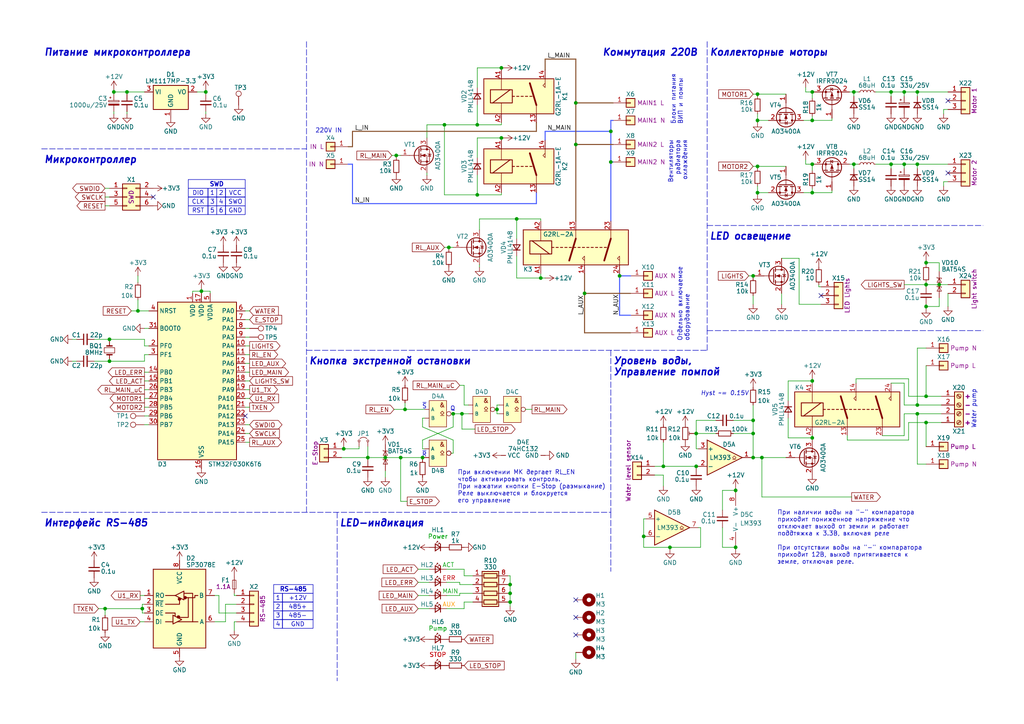
<source format=kicad_sch>
(kicad_sch
	(version 20231120)
	(generator "eeschema")
	(generator_version "8.0")
	(uuid "6450e7fa-7a31-4aa4-8e80-7e6cbe2452fc")
	(paper "A4")
	(title_block
		(title "RS485_Relay V2 module")
		(rev "1")
		(company "ООО \"Экросхим\"")
		(comment 1 "Anton Mukhin")
	)
	
	(junction
		(at 262.255 26.67)
		(diameter 0)
		(color 0 0 0 0)
		(uuid "025861c3-9559-4ee6-bd02-0a9dcb606de5")
	)
	(junction
		(at 266.065 47.625)
		(diameter 0)
		(color 0 0 0 0)
		(uuid "05ea3b54-db05-475d-8a61-c27f7472cb87")
	)
	(junction
		(at 235.585 34.925)
		(diameter 0)
		(color 0 0 0 0)
		(uuid "077cc5b7-ff23-4099-afa7-545f65105d99")
	)
	(junction
		(at 177.165 38.1)
		(diameter 0)
		(color 0 0 0 0)
		(uuid "0be94d74-4197-43a5-86bd-bc3c880a49b6")
	)
	(junction
		(at 219.71 55.88)
		(diameter 0)
		(color 0 0 0 0)
		(uuid "0c0c38bb-ac3c-4f33-b3d5-7001cf3cf660")
	)
	(junction
		(at 138.43 56.515)
		(diameter 0)
		(color 0 0 0 0)
		(uuid "0cd95bb8-82a0-46a1-911a-3d045eb8684f")
	)
	(junction
		(at 58.42 84.455)
		(diameter 0)
		(color 0 0 0 0)
		(uuid "0d0a0bc9-4b99-4e81-b380-c4ceadb79b11")
	)
	(junction
		(at 268.605 122.555)
		(diameter 0)
		(color 0 0 0 0)
		(uuid "0f5f9fd3-cad9-4fcc-a351-5391f31d8cf7")
	)
	(junction
		(at 268.605 88.9)
		(diameter 0)
		(color 0 0 0 0)
		(uuid "0fdc5ad0-973c-4080-80d6-9966388d9dd4")
	)
	(junction
		(at 235.585 26.67)
		(diameter 0)
		(color 0 0 0 0)
		(uuid "110b7e71-4eeb-4d1d-9c7c-47e1a96e68cc")
	)
	(junction
		(at 272.415 82.55)
		(diameter 0)
		(color 0 0 0 0)
		(uuid "187bc0b2-e2b5-4b43-8b92-3becff17f88d")
	)
	(junction
		(at 262.255 47.625)
		(diameter 0)
		(color 0 0 0 0)
		(uuid "1f3971c9-d882-427b-8124-4eaba1b5e5ca")
	)
	(junction
		(at 192.405 135.255)
		(diameter 0)
		(color 0 0 0 0)
		(uuid "2051fc95-f1ce-412d-a87f-2a94e6a96e67")
	)
	(junction
		(at 194.31 158.75)
		(diameter 0)
		(color 0 0 0 0)
		(uuid "2167fd11-485c-4c85-8740-09b45325c014")
	)
	(junction
		(at 258.445 47.625)
		(diameter 0)
		(color 0 0 0 0)
		(uuid "227cc3da-ee51-41c1-8f39-3066c60e2d00")
	)
	(junction
		(at 268.605 114.935)
		(diameter 0)
		(color 0 0 0 0)
		(uuid "236b0db4-28f3-4b6e-9461-70758d7bdc3b")
	)
	(junction
		(at 218.44 125.73)
		(diameter 0)
		(color 0 0 0 0)
		(uuid "27ea5af2-0afa-46e2-a598-2ba24dcc1ac9")
	)
	(junction
		(at 266.065 117.475)
		(diameter 0)
		(color 0 0 0 0)
		(uuid "293f9a76-8490-4fd0-98a0-e1c943a80e6e")
	)
	(junction
		(at 133.985 120.015)
		(diameter 0)
		(color 0 0 0 0)
		(uuid "2d1a3b91-6cdd-45aa-bc7e-5a1793bb6506")
	)
	(junction
		(at 213.36 142.24)
		(diameter 0)
		(color 0 0 0 0)
		(uuid "2e3c7c96-c41a-4fb8-8d7b-2bf0e5108e66")
	)
	(junction
		(at 147.955 169.545)
		(diameter 0)
		(color 0 0 0 0)
		(uuid "36a2ed52-0d63-4126-898c-85fe0410d891")
	)
	(junction
		(at 122.555 132.715)
		(diameter 0)
		(color 0 0 0 0)
		(uuid "37f93377-2764-4d49-9ab6-38d54ac507d2")
	)
	(junction
		(at 219.71 48.26)
		(diameter 0)
		(color 0 0 0 0)
		(uuid "39f20107-2c50-42ed-a7c4-57329dfe56fa")
	)
	(junction
		(at 220.98 132.715)
		(diameter 0)
		(color 0 0 0 0)
		(uuid "41555883-9cac-4116-8698-ba71ce74f7e4")
	)
	(junction
		(at 268.605 76.2)
		(diameter 0)
		(color 0 0 0 0)
		(uuid "43fc6e5f-fcc7-42af-8f7d-38b2562e4303")
	)
	(junction
		(at 235.585 47.625)
		(diameter 0)
		(color 0 0 0 0)
		(uuid "4a0c4f3b-15d0-461b-9b5b-5e6485cce6f4")
	)
	(junction
		(at 201.93 125.73)
		(diameter 0)
		(color 0 0 0 0)
		(uuid "4e3b8dc2-de67-49e5-abb0-3b2964777377")
	)
	(junction
		(at 99.695 130.175)
		(diameter 0)
		(color 0 0 0 0)
		(uuid "500bc291-74f5-404c-a54a-494e928b6b01")
	)
	(junction
		(at 147.955 172.085)
		(diameter 0)
		(color 0 0 0 0)
		(uuid "53022e14-a6b2-4687-8568-ed01bb0bc801")
	)
	(junction
		(at 149.86 63.5)
		(diameter 0)
		(color 0 0 0 0)
		(uuid "533a4b70-f71b-44d5-b4e3-3f2097299e9c")
	)
	(junction
		(at 218.44 132.715)
		(diameter 0)
		(color 0 0 0 0)
		(uuid "54bad2b4-13ca-4ccd-99ec-16651a6a77d5")
	)
	(junction
		(at 138.43 36.195)
		(diameter 0)
		(color 0 0 0 0)
		(uuid "55c7bdf3-5f8f-4771-9d1d-19fdb4d5c4ab")
	)
	(junction
		(at 31.75 98.425)
		(diameter 0)
		(color 0 0 0 0)
		(uuid "5b8f7dcc-5c75-4ac6-9d15-61476b3c3ab6")
	)
	(junction
		(at 128.905 36.195)
		(diameter 0)
		(color 0 0 0 0)
		(uuid "5d6c6750-430b-4bfe-b825-1b5354ce9c0f")
	)
	(junction
		(at 169.545 85.09)
		(diameter 0)
		(color 0 0 0 0)
		(uuid "65bf29da-2ed8-4872-8fd2-409bb2167fcd")
	)
	(junction
		(at 147.955 174.625)
		(diameter 0)
		(color 0 0 0 0)
		(uuid "66daeb34-ae29-4d79-939a-fe7740178441")
	)
	(junction
		(at 131.445 120.015)
		(diameter 0)
		(color 0 0 0 0)
		(uuid "67d5c6ea-8a2b-48fd-a4df-a2ed4dcd7647")
	)
	(junction
		(at 247.65 47.625)
		(diameter 0)
		(color 0 0 0 0)
		(uuid "6f042441-4e4f-4e2c-854b-fadc83e03487")
	)
	(junction
		(at 167.005 41.91)
		(diameter 0)
		(color 0 0 0 0)
		(uuid "7a74a676-8563-419b-871a-85105152586b")
	)
	(junction
		(at 30.48 176.53)
		(diameter 0)
		(color 0 0 0 0)
		(uuid "7b973aa7-967b-4d7c-a42d-226863a3855e")
	)
	(junction
		(at 218.44 80.01)
		(diameter 0)
		(color 0 0 0 0)
		(uuid "7e440e3a-3a2b-4310-a85d-704e207ca204")
	)
	(junction
		(at 33.02 26.67)
		(diameter 0)
		(color 0 0 0 0)
		(uuid "80103748-55ed-41b6-830a-41b5cae1ea4f")
	)
	(junction
		(at 41.275 176.53)
		(diameter 0)
		(color 0 0 0 0)
		(uuid "857ada16-b94d-4a33-95b4-1659a5c003cf")
	)
	(junction
		(at 111.76 132.715)
		(diameter 0)
		(color 0 0 0 0)
		(uuid "878ca46b-e5c5-42b7-b400-364d4b976d84")
	)
	(junction
		(at 268.605 82.55)
		(diameter 0)
		(color 0 0 0 0)
		(uuid "8916e602-afa6-4cba-adf2-1a6ae4a4e818")
	)
	(junction
		(at 247.65 26.67)
		(diameter 0)
		(color 0 0 0 0)
		(uuid "9070c74b-7696-4e92-93eb-79dd9f9bfd95")
	)
	(junction
		(at 201.93 135.255)
		(diameter 0)
		(color 0 0 0 0)
		(uuid "933f608a-7f52-47ea-b469-7b36181f332c")
	)
	(junction
		(at 130.175 71.755)
		(diameter 0)
		(color 0 0 0 0)
		(uuid "96d486fe-3702-4d60-a82f-e8ed9056080c")
	)
	(junction
		(at 116.205 132.715)
		(diameter 0)
		(color 0 0 0 0)
		(uuid "a1402cfd-4257-40d0-9e4a-6cc726dc085d")
	)
	(junction
		(at 266.065 120.015)
		(diameter 0)
		(color 0 0 0 0)
		(uuid "aaedd42c-4232-4c1f-93d2-69c5641e2ad6")
	)
	(junction
		(at 145.415 40.005)
		(diameter 0)
		(color 0 0 0 0)
		(uuid "b02e3344-22f9-42e7-866f-9e0b640cc9ac")
	)
	(junction
		(at 219.71 34.925)
		(diameter 0)
		(color 0 0 0 0)
		(uuid "b1393ca2-d170-4656-923e-9350fbbcec10")
	)
	(junction
		(at 59.69 26.67)
		(diameter 0)
		(color 0 0 0 0)
		(uuid "b62da96e-bb76-44fd-b2a1-0217c85053cd")
	)
	(junction
		(at 114.935 45.085)
		(diameter 0)
		(color 0 0 0 0)
		(uuid "bdfb88c2-9246-4b92-85b9-7d4fa2c8e2c0")
	)
	(junction
		(at 258.445 26.67)
		(diameter 0)
		(color 0 0 0 0)
		(uuid "bfac10f2-123d-488a-bc50-e2754c4c3ccd")
	)
	(junction
		(at 31.75 104.775)
		(diameter 0)
		(color 0 0 0 0)
		(uuid "c26f93a6-4f08-4fc2-b35b-6c12c5252821")
	)
	(junction
		(at 36.83 26.67)
		(diameter 0)
		(color 0 0 0 0)
		(uuid "c540ea47-b008-4fc7-802c-fd2fb31c75cc")
	)
	(junction
		(at 40.005 90.17)
		(diameter 0)
		(color 0 0 0 0)
		(uuid "c69ece61-cf8a-4a14-a080-5b124fc14304")
	)
	(junction
		(at 218.44 121.92)
		(diameter 0)
		(color 0 0 0 0)
		(uuid "caa25b21-7042-49b5-ba8e-e650c97121b1")
	)
	(junction
		(at 235.585 127)
		(diameter 0)
		(color 0 0 0 0)
		(uuid "cabf4744-c332-47ee-8f69-efbc1a99fbd1")
	)
	(junction
		(at 167.005 29.845)
		(diameter 0)
		(color 0 0 0 0)
		(uuid "cb998d4c-f26c-4459-abcd-12f57485ad6b")
	)
	(junction
		(at 177.165 46.99)
		(diameter 0)
		(color 0 0 0 0)
		(uuid "cbb40fd7-82dd-4cf5-bf6b-c000bf2d792f")
	)
	(junction
		(at 186.69 155.575)
		(diameter 0)
		(color 0 0 0 0)
		(uuid "cc605d83-b9bc-4e7b-85f5-4ff3119684c8")
	)
	(junction
		(at 144.145 118.745)
		(diameter 0)
		(color 0 0 0 0)
		(uuid "d31ee352-9853-40f1-a9e6-f711a7f6e079")
	)
	(junction
		(at 213.36 158.75)
		(diameter 0)
		(color 0 0 0 0)
		(uuid "d8578f05-a456-4a12-936b-72167241647f")
	)
	(junction
		(at 235.585 55.88)
		(diameter 0)
		(color 0 0 0 0)
		(uuid "db0d85a7-3928-429b-ae8a-a3e1f08e4e28")
	)
	(junction
		(at 179.705 80.01)
		(diameter 0)
		(color 0 0 0 0)
		(uuid "dc6b09a6-c221-4183-a6ac-89d66c1a8ba2")
	)
	(junction
		(at 145.415 19.685)
		(diameter 0)
		(color 0 0 0 0)
		(uuid "df8ba9ac-3cb7-4cae-ba74-a19d4fdf57d1")
	)
	(junction
		(at 235.585 110.49)
		(diameter 0)
		(color 0 0 0 0)
		(uuid "dfebfafd-ac40-415b-8d6f-168a5f120789")
	)
	(junction
		(at 156.845 80.645)
		(diameter 0)
		(color 0 0 0 0)
		(uuid "e2d4d49e-bfd8-41fd-a192-6a0451d0081b")
	)
	(junction
		(at 266.065 26.67)
		(diameter 0)
		(color 0 0 0 0)
		(uuid "e6dbe63b-48bb-4339-8bb7-c2978fe186fa")
	)
	(junction
		(at 106.68 132.715)
		(diameter 0)
		(color 0 0 0 0)
		(uuid "ead377f6-9f70-46d5-99a7-71cf222f7994")
	)
	(junction
		(at 117.475 118.745)
		(diameter 0)
		(color 0 0 0 0)
		(uuid "f09829d1-30a2-4b66-b1a1-f55c538c91a8")
	)
	(junction
		(at 219.71 27.305)
		(diameter 0)
		(color 0 0 0 0)
		(uuid "ffcdf3fd-3f76-49e3-aa46-7be728dc307c")
	)
	(no_connect
		(at 71.12 120.65)
		(uuid "03f8abea-e6c1-455c-84e4-6cd5273dad97")
	)
	(no_connect
		(at 167.005 184.15)
		(uuid "1c44ba37-14b3-405b-a54f-e7dcfcad7590")
	)
	(no_connect
		(at 238.125 85.725)
		(uuid "31a690ea-4b5b-43ad-9006-4510d71109a9")
	)
	(no_connect
		(at 44.45 57.15)
		(uuid "684d7b93-7724-429f-9672-a6aac24ff43d")
	)
	(no_connect
		(at 167.005 179.07)
		(uuid "96716cc6-9055-4b35-92d8-af019611fa49")
	)
	(no_connect
		(at 274.955 29.21)
		(uuid "d3831871-95b0-42eb-bd90-4b6bf35bc9ab")
	)
	(no_connect
		(at 274.955 50.165)
		(uuid "eb12b70a-10cd-4e3c-94e6-13cdb3dd8f57")
	)
	(no_connect
		(at 167.005 173.99)
		(uuid "f8836111-faf3-43b2-8065-b2ef53ec5bf3")
	)
	(wire
		(pts
			(xy 111.76 132.715) (xy 116.205 132.715)
		)
		(stroke
			(width 0)
			(type default)
		)
		(uuid "0087c397-f528-42ef-a7c1-acdd726555d9")
	)
	(wire
		(pts
			(xy 30.48 57.15) (xy 31.75 57.15)
		)
		(stroke
			(width 0)
			(type default)
		)
		(uuid "00b6dd6d-436d-4ce0-a32e-b73d035b4b02")
	)
	(wire
		(pts
			(xy 139.065 76.835) (xy 139.065 77.47)
		)
		(stroke
			(width 0)
			(type default)
		)
		(uuid "0127a94d-4374-4d4c-be2a-2d00bb563f3e")
	)
	(wire
		(pts
			(xy 201.93 135.255) (xy 202.565 135.255)
		)
		(stroke
			(width 0)
			(type default)
		)
		(uuid "02be5ec9-b021-4f94-b855-741a971830a5")
	)
	(wire
		(pts
			(xy 135.89 117.475) (xy 134.62 117.475)
		)
		(stroke
			(width 0)
			(type default)
		)
		(uuid "035dc596-e3ab-4253-9de6-17563127271c")
	)
	(wire
		(pts
			(xy 71.12 110.49) (xy 72.39 110.49)
		)
		(stroke
			(width 0)
			(type default)
		)
		(uuid "039410ce-cf4d-46f8-b718-73fdb47d6fdf")
	)
	(wire
		(pts
			(xy 218.44 85.725) (xy 218.44 88.265)
		)
		(stroke
			(width 0)
			(type default)
		)
		(uuid "040015b5-b357-4461-b05a-895138c15b93")
	)
	(wire
		(pts
			(xy 245.745 126.365) (xy 245.745 127.635)
		)
		(stroke
			(width 0)
			(type default)
		)
		(uuid "04155474-4984-4345-9fd9-7f0da614a137")
	)
	(wire
		(pts
			(xy 167.005 189.23) (xy 167.005 191.135)
		)
		(stroke
			(width 0)
			(type default)
		)
		(uuid "047109a4-8044-4b43-8813-c4cded0fffe5")
	)
	(wire
		(pts
			(xy 133.35 172.72) (xy 133.35 172.085)
		)
		(stroke
			(width 0)
			(type default)
		)
		(uuid "056c5ecb-4673-4d09-9185-b2dd7c23cb00")
	)
	(wire
		(pts
			(xy 30.48 176.53) (xy 41.275 176.53)
		)
		(stroke
			(width 0)
			(type default)
		)
		(uuid "05d85703-ced6-42c8-a0a4-fe022770cba4")
	)
	(wire
		(pts
			(xy 194.31 158.75) (xy 194.31 159.385)
		)
		(stroke
			(width 0)
			(type default)
		)
		(uuid "06a89d01-6bd4-4175-87b2-1fcd403c729e")
	)
	(wire
		(pts
			(xy 149.86 74.295) (xy 149.86 80.645)
		)
		(stroke
			(width 0)
			(type default)
		)
		(uuid "06bfd472-3e76-4bd9-b783-71d69b231475")
	)
	(wire
		(pts
			(xy 68.58 180.34) (xy 67.945 180.34)
		)
		(stroke
			(width 0)
			(type default)
		)
		(uuid "08bf49bc-949f-4c3e-8f40-c89978628c39")
	)
	(wire
		(pts
			(xy 133.35 169.545) (xy 137.16 169.545)
		)
		(stroke
			(width 0)
			(type default)
		)
		(uuid "09084143-c152-4d14-9cde-2875a560dc3e")
	)
	(wire
		(pts
			(xy 209.55 153.035) (xy 209.55 158.75)
		)
		(stroke
			(width 0)
			(type default)
		)
		(uuid "0a853dc6-dd2a-437b-a440-87521a88cf43")
	)
	(wire
		(pts
			(xy 106.68 132.715) (xy 106.68 133.35)
		)
		(stroke
			(width 0)
			(type default)
		)
		(uuid "0a976d54-7133-42b0-96e4-ea2b8a2cc022")
	)
	(wire
		(pts
			(xy 36.83 26.67) (xy 41.91 26.67)
		)
		(stroke
			(width 0)
			(type default)
		)
		(uuid "0aac398f-a3c9-4277-b714-3dff0b7b2fc8")
	)
	(wire
		(pts
			(xy 262.255 126.365) (xy 262.255 120.015)
		)
		(stroke
			(width 0)
			(type default)
		)
		(uuid "0b8f9e17-8cce-42c6-b8dd-dc8146f3f165")
	)
	(wire
		(pts
			(xy 118.11 145.415) (xy 116.205 145.415)
		)
		(stroke
			(width 0)
			(type default)
		)
		(uuid "0c014cbf-60e8-4deb-b8a0-4538efb5db7a")
	)
	(wire
		(pts
			(xy 266.065 117.475) (xy 273.05 117.475)
		)
		(stroke
			(width 0)
			(type default)
		)
		(uuid "0ce04c61-c60f-4cfb-bf55-590783100c57")
	)
	(wire
		(pts
			(xy 147.32 169.545) (xy 147.955 169.545)
		)
		(stroke
			(width 0)
			(type default)
		)
		(uuid "0d09c338-b37f-46e3-b77c-ae4bcd93c8f6")
	)
	(polyline
		(pts
			(xy 88.9 12.065) (xy 88.9 148.59)
		)
		(stroke
			(width 0)
			(type dash)
		)
		(uuid "0df5bca9-5c26-4f85-9f2d-852a70bd0685")
	)
	(wire
		(pts
			(xy 262.255 117.475) (xy 266.065 117.475)
		)
		(stroke
			(width 0)
			(type default)
		)
		(uuid "0edeeff1-4a45-44cc-93d7-665a2028f2bf")
	)
	(wire
		(pts
			(xy 268.605 134.62) (xy 266.065 134.62)
		)
		(stroke
			(width 0)
			(type default)
		)
		(uuid "0f1b1797-6c66-4d5a-be42-1e1cf8f1d0d5")
	)
	(wire
		(pts
			(xy 41.91 104.775) (xy 31.75 104.775)
		)
		(stroke
			(width 0)
			(type default)
		)
		(uuid "0f79eee7-bcf2-4b1b-9087-ff8e92ab9861")
	)
	(wire
		(pts
			(xy 228.6 121.285) (xy 228.6 127)
		)
		(stroke
			(width 0)
			(type default)
		)
		(uuid "12176ba6-4a54-41b2-bece-0a02fe2b49c4")
	)
	(wire
		(pts
			(xy 233.045 55.88) (xy 235.585 55.88)
		)
		(stroke
			(width 0)
			(type default)
		)
		(uuid "123a1267-58f1-4fd3-ae03-42297840b3ce")
	)
	(wire
		(pts
			(xy 147.955 174.625) (xy 147.955 175.895)
		)
		(stroke
			(width 0)
			(type default)
		)
		(uuid "12d537bf-e329-4383-8179-4d6d5bef6387")
	)
	(wire
		(pts
			(xy 138.43 45.72) (xy 138.43 40.005)
		)
		(stroke
			(width 0)
			(type default)
		)
		(uuid "12d7248f-4b18-4f13-8c77-1634e091e700")
	)
	(wire
		(pts
			(xy 167.005 17.145) (xy 167.005 29.845)
		)
		(stroke
			(width 0.3)
			(type default)
			(color 136 81 44 1)
		)
		(uuid "13cb3e7b-2f39-427f-bbcc-9f2a539ddf72")
	)
	(wire
		(pts
			(xy 134.62 111.76) (xy 133.35 111.76)
		)
		(stroke
			(width 0)
			(type default)
		)
		(uuid "13db0860-7d38-407c-99d7-551a3bfcd905")
	)
	(wire
		(pts
			(xy 20.955 98.425) (xy 22.225 98.425)
		)
		(stroke
			(width 0)
			(type default)
		)
		(uuid "1419981e-88bf-4db6-b1db-ab5777992550")
	)
	(wire
		(pts
			(xy 59.69 26.67) (xy 59.69 27.305)
		)
		(stroke
			(width 0)
			(type default)
		)
		(uuid "1477ee0f-c249-411e-a382-ca1ec47e4edd")
	)
	(wire
		(pts
			(xy 41.91 98.425) (xy 31.75 98.425)
		)
		(stroke
			(width 0)
			(type default)
		)
		(uuid "15029913-33db-498e-b216-9fb60a7b72f0")
	)
	(wire
		(pts
			(xy 201.93 121.92) (xy 201.93 125.73)
		)
		(stroke
			(width 0)
			(type default)
		)
		(uuid "160541d6-d991-4aa3-b659-09c666c96545")
	)
	(wire
		(pts
			(xy 145.415 19.685) (xy 145.415 20.32)
		)
		(stroke
			(width 0)
			(type default)
		)
		(uuid "166338aa-4e3b-4f51-b567-4f99a0042745")
	)
	(wire
		(pts
			(xy 247.65 47.625) (xy 247.65 48.895)
		)
		(stroke
			(width 0)
			(type default)
		)
		(uuid "17007c84-cfc1-4253-8728-4f744ac2a149")
	)
	(wire
		(pts
			(xy 192.405 137.795) (xy 192.405 140.97)
		)
		(stroke
			(width 0)
			(type default)
		)
		(uuid "17d9b1b6-6c2d-46eb-b69a-1d98ee0826fb")
	)
	(wire
		(pts
			(xy 231.775 74.93) (xy 226.695 74.93)
		)
		(stroke
			(width 0)
			(type default)
		)
		(uuid "1837ad3e-570d-4b00-99e5-63c9573acc2d")
	)
	(wire
		(pts
			(xy 272.415 78.74) (xy 272.415 76.2)
		)
		(stroke
			(width 0)
			(type default)
		)
		(uuid "1925b013-8e8d-4ffb-99d1-2a3bb7f6d550")
	)
	(wire
		(pts
			(xy 235.585 26.67) (xy 236.22 26.67)
		)
		(stroke
			(width 0)
			(type default)
		)
		(uuid "1b1acf1b-47b3-4766-a109-55f9b7ea8341")
	)
	(wire
		(pts
			(xy 71.12 100.33) (xy 72.39 100.33)
		)
		(stroke
			(width 0)
			(type default)
		)
		(uuid "1b6f73a7-7126-47d7-8ad6-9570e460c61a")
	)
	(wire
		(pts
			(xy 235.585 126.365) (xy 235.585 127)
		)
		(stroke
			(width 0)
			(type default)
		)
		(uuid "1c271aac-4ec3-43e9-a766-e3a52872b154")
	)
	(wire
		(pts
			(xy 218.44 48.26) (xy 219.71 48.26)
		)
		(stroke
			(width 0)
			(type default)
		)
		(uuid "1d23b895-4f35-4397-a268-f72f0114a51f")
	)
	(wire
		(pts
			(xy 71.12 123.19) (xy 72.39 123.19)
		)
		(stroke
			(width 0)
			(type default)
		)
		(uuid "1df18233-294b-4e69-b9ab-13113479077b")
	)
	(wire
		(pts
			(xy 43.18 102.87) (xy 41.91 102.87)
		)
		(stroke
			(width 0)
			(type default)
		)
		(uuid "1e47a892-eaf6-495e-a803-5e7f85b050a7")
	)
	(wire
		(pts
			(xy 28.575 176.53) (xy 30.48 176.53)
		)
		(stroke
			(width 0)
			(type default)
		)
		(uuid "1e81dc6a-26e3-490d-ac33-dd1398cece90")
	)
	(wire
		(pts
			(xy 231.775 88.265) (xy 231.775 74.93)
		)
		(stroke
			(width 0)
			(type default)
		)
		(uuid "2025d6cd-e377-49c6-be1d-5c645c4db21b")
	)
	(wire
		(pts
			(xy 102.235 59.055) (xy 102.235 47.625)
		)
		(stroke
			(width 0.3)
			(type default)
			(color 71 92 255 1)
		)
		(uuid "207c98a0-878d-4842-bd2b-fbdcb7e9b013")
	)
	(wire
		(pts
			(xy 68.58 172.72) (xy 67.945 172.72)
		)
		(stroke
			(width 0)
			(type default)
		)
		(uuid "2269f297-920d-4853-b6af-0344ca220164")
	)
	(wire
		(pts
			(xy 274.955 52.705) (xy 273.685 52.705)
		)
		(stroke
			(width 0)
			(type default)
		)
		(uuid "22a6a1d7-9c18-4e53-8439-0f528505a962")
	)
	(wire
		(pts
			(xy 67.945 180.34) (xy 67.945 182.88)
		)
		(stroke
			(width 0)
			(type default)
		)
		(uuid "232481bf-fde3-48ad-8c36-47b49ba9314d")
	)
	(wire
		(pts
			(xy 177.165 46.99) (xy 177.165 64.135)
		)
		(stroke
			(width 0.3)
			(type default)
			(color 71 92 255 1)
		)
		(uuid "23c4c183-5196-4ad3-8917-ab3a5b65235c")
	)
	(wire
		(pts
			(xy 152.4 118.745) (xy 154.305 118.745)
		)
		(stroke
			(width 0)
			(type default)
		)
		(uuid "23eec670-03f3-4416-9740-c83aad4d2fb0")
	)
	(wire
		(pts
			(xy 247.015 144.145) (xy 220.98 144.145)
		)
		(stroke
			(width 0)
			(type default)
		)
		(uuid "23f20a31-404e-4134-9d1e-8b5d4e912506")
	)
	(wire
		(pts
			(xy 233.045 34.925) (xy 235.585 34.925)
		)
		(stroke
			(width 0)
			(type default)
		)
		(uuid "2548f921-b2b7-454d-8a1f-692da923f004")
	)
	(wire
		(pts
			(xy 218.44 80.01) (xy 218.44 80.645)
		)
		(stroke
			(width 0)
			(type default)
		)
		(uuid "2666ef53-0e18-4d64-9516-0bf12c479c20")
	)
	(wire
		(pts
			(xy 31.75 98.425) (xy 31.75 99.06)
		)
		(stroke
			(width 0)
			(type default)
		)
		(uuid "268518ad-e8fd-4cdd-bc31-61ff944e1f40")
	)
	(wire
		(pts
			(xy 219.71 48.26) (xy 227.965 48.26)
		)
		(stroke
			(width 0)
			(type default)
		)
		(uuid "271ff14e-a9a0-4842-8b72-2f84a917eaf3")
	)
	(wire
		(pts
			(xy 235.585 127) (xy 235.585 127.635)
		)
		(stroke
			(width 0)
			(type default)
		)
		(uuid "29071455-d5ff-46cc-929c-e299a5e8be09")
	)
	(wire
		(pts
			(xy 129.54 165.1) (xy 134.62 165.1)
		)
		(stroke
			(width 0)
			(type default)
		)
		(uuid "29ac071c-2081-4f70-83a0-542bdf7b9db9")
	)
	(wire
		(pts
			(xy 155.575 38.1) (xy 102.235 38.1)
		)
		(stroke
			(width 0.3)
			(type default)
			(color 136 81 44 1)
		)
		(uuid "2a583fc8-5844-48c7-a0a9-d13229de2da4")
	)
	(wire
		(pts
			(xy 263.525 109.855) (xy 263.525 114.935)
		)
		(stroke
			(width 0)
			(type default)
		)
		(uuid "2c38ca7b-c644-4b12-8e81-4a3d9a6c2571")
	)
	(wire
		(pts
			(xy 38.1 90.17) (xy 40.005 90.17)
		)
		(stroke
			(width 0)
			(type default)
		)
		(uuid "2c38d587-cc4f-441b-9863-712b2d508a2f")
	)
	(wire
		(pts
			(xy 158.115 38.1) (xy 177.165 38.1)
		)
		(stroke
			(width 0.3)
			(type default)
			(color 71 92 255 1)
		)
		(uuid "2cecdb9a-d259-40d5-9d6e-83d46f29f300")
	)
	(wire
		(pts
			(xy 258.445 47.625) (xy 258.445 48.895)
		)
		(stroke
			(width 0)
			(type default)
		)
		(uuid "2d057875-ccf2-4298-b333-380e3eba14d0")
	)
	(wire
		(pts
			(xy 207.645 121.92) (xy 201.93 121.92)
		)
		(stroke
			(width 0)
			(type default)
		)
		(uuid "2d78fefa-e62f-41ed-ac94-72d24a5450e4")
	)
	(wire
		(pts
			(xy 144.145 117.475) (xy 144.78 117.475)
		)
		(stroke
			(width 0)
			(type default)
		)
		(uuid "2df62fbf-5507-46a8-b940-07f3af28b595")
	)
	(wire
		(pts
			(xy 41.91 115.57) (xy 43.18 115.57)
		)
		(stroke
			(width 0)
			(type default)
		)
		(uuid "2f86537e-afb2-48c2-9a0f-1a81b5c37a9b")
	)
	(wire
		(pts
			(xy 30.48 54.61) (xy 31.75 54.61)
		)
		(stroke
			(width 0)
			(type default)
		)
		(uuid "301684d8-09d6-4759-bbdd-173ee1a0597a")
	)
	(wire
		(pts
			(xy 40.005 86.995) (xy 40.005 90.17)
		)
		(stroke
			(width 0)
			(type default)
		)
		(uuid "304f4f5a-b256-4752-9b0e-640b9f5a6a37")
	)
	(wire
		(pts
			(xy 268.605 122.555) (xy 273.05 122.555)
		)
		(stroke
			(width 0)
			(type default)
		)
		(uuid "30e71616-9ae5-443f-a370-accdb2fffd86")
	)
	(wire
		(pts
			(xy 149.86 63.5) (xy 156.845 63.5)
		)
		(stroke
			(width 0)
			(type default)
		)
		(uuid "311a0e8e-1260-4d95-8fcd-0bf529c9f379")
	)
	(wire
		(pts
			(xy 233.68 25.4) (xy 233.68 26.67)
		)
		(stroke
			(width 0)
			(type default)
		)
		(uuid "313adca8-0e6b-47dc-ba38-9e0b7f573117")
	)
	(wire
		(pts
			(xy 258.445 111.125) (xy 262.255 111.125)
		)
		(stroke
			(width 0)
			(type default)
		)
		(uuid "3140fe28-db81-4e64-952a-3c17cd55cb3c")
	)
	(wire
		(pts
			(xy 57.15 26.67) (xy 59.69 26.67)
		)
		(stroke
			(width 0)
			(type default)
		)
		(uuid "31ae2781-f7b0-46d5-aaed-883848cb20df")
	)
	(wire
		(pts
			(xy 177.165 38.1) (xy 177.165 46.99)
		)
		(stroke
			(width 0.3)
			(type default)
			(color 71 92 255 1)
		)
		(uuid "33222966-41cf-4aa2-870a-775d0910186d")
	)
	(wire
		(pts
			(xy 71.12 97.79) (xy 72.39 97.79)
		)
		(stroke
			(width 0)
			(type default)
		)
		(uuid "34aa6a88-7b00-4893-8905-6f101bf6ffdd")
	)
	(wire
		(pts
			(xy 41.91 110.49) (xy 43.18 110.49)
		)
		(stroke
			(width 0)
			(type default)
		)
		(uuid "35e0aadf-ad93-462c-98e4-5d2dd9c3f490")
	)
	(wire
		(pts
			(xy 71.12 107.95) (xy 72.39 107.95)
		)
		(stroke
			(width 0)
			(type default)
		)
		(uuid "36b52cc7-e3ba-4c09-9df9-5a0b999472bd")
	)
	(wire
		(pts
			(xy 268.605 114.935) (xy 273.05 114.935)
		)
		(stroke
			(width 0)
			(type default)
		)
		(uuid "373822e3-5a97-4dad-a253-ddc3b793d064")
	)
	(wire
		(pts
			(xy 177.165 34.925) (xy 177.165 38.1)
		)
		(stroke
			(width 0.3)
			(type default)
			(color 71 92 255 1)
		)
		(uuid "37412a9b-3b26-4b3e-b60c-0305e2b92acb")
	)
	(wire
		(pts
			(xy 263.525 127.635) (xy 263.525 122.555)
		)
		(stroke
			(width 0)
			(type default)
		)
		(uuid "376bca86-867e-4d53-852c-42d2f56c4e61")
	)
	(wire
		(pts
			(xy 268.605 81.915) (xy 268.605 82.55)
		)
		(stroke
			(width 0)
			(type default)
		)
		(uuid "38ebca48-4df0-4240-a15f-c3fc957bc2d5")
	)
	(wire
		(pts
			(xy 272.415 76.2) (xy 268.605 76.2)
		)
		(stroke
			(width 0)
			(type default)
		)
		(uuid "3931c579-0c9a-4623-973a-d2ef2654ef04")
	)
	(wire
		(pts
			(xy 219.71 34.925) (xy 222.885 34.925)
		)
		(stroke
			(width 0)
			(type default)
		)
		(uuid "39379aa3-2552-42d3-843f-7f19e25667ba")
	)
	(wire
		(pts
			(xy 133.985 124.46) (xy 133.985 120.015)
		)
		(stroke
			(width 0)
			(type default)
		)
		(uuid "395a4b76-048b-4f4e-aba9-cb12586957de")
	)
	(wire
		(pts
			(xy 71.12 115.57) (xy 72.39 115.57)
		)
		(stroke
			(width 0)
			(type default)
		)
		(uuid "39d40975-8197-4c2b-a312-2c27eda6798c")
	)
	(wire
		(pts
			(xy 158.115 38.1) (xy 158.115 40.64)
		)
		(stroke
			(width 0.3)
			(type default)
			(color 71 92 255 1)
		)
		(uuid "3baa2eed-40a7-4c3f-a5b1-0b26f695c977")
	)
	(wire
		(pts
			(xy 68.58 177.8) (xy 63.5 177.8)
		)
		(stroke
			(width 0)
			(type default)
		)
		(uuid "3d019a5a-36ba-46dd-b2d0-93bbb6a31dc4")
	)
	(wire
		(pts
			(xy 245.745 127.635) (xy 263.525 127.635)
		)
		(stroke
			(width 0)
			(type default)
		)
		(uuid "3fbcd283-7830-480e-85cd-7cba1be4230a")
	)
	(wire
		(pts
			(xy 67.945 172.72) (xy 67.945 172.085)
		)
		(stroke
			(width 0)
			(type default)
		)
		(uuid "3ffce9ea-6a9c-4605-bd4a-eafd6ddb5e31")
	)
	(wire
		(pts
			(xy 156.845 63.5) (xy 156.845 64.135)
		)
		(stroke
			(width 0)
			(type default)
		)
		(uuid "4000d0d4-3720-4515-9bf6-b60cb47ebb5d")
	)
	(wire
		(pts
			(xy 167.005 29.845) (xy 177.8 29.845)
		)
		(stroke
			(width 0.3)
			(type default)
			(color 136 81 44 1)
		)
		(uuid "40b59981-6f35-4443-af07-2374e49aa43e")
	)
	(wire
		(pts
			(xy 122.555 121.285) (xy 122.555 123.825)
		)
		(stroke
			(width 0)
			(type default)
		)
		(uuid "4132ff43-cd91-4b3d-843a-a8ca17d78f89")
	)
	(wire
		(pts
			(xy 139.065 63.5) (xy 149.86 63.5)
		)
		(stroke
			(width 0)
			(type default)
		)
		(uuid "4134e379-48a7-49e1-a2be-348d77cc34ff")
	)
	(wire
		(pts
			(xy 59.69 32.385) (xy 59.69 33.02)
		)
		(stroke
			(width 0)
			(type default)
		)
		(uuid "42887598-d59a-4185-8612-8657061760b6")
	)
	(wire
		(pts
			(xy 41.91 113.03) (xy 43.18 113.03)
		)
		(stroke
			(width 0)
			(type default)
		)
		(uuid "44b6fe80-91ab-43e9-a632-867442d8f3b4")
	)
	(wire
		(pts
			(xy 149.86 69.215) (xy 149.86 63.5)
		)
		(stroke
			(width 0)
			(type default)
		)
		(uuid "44d5cafb-d473-466c-8b81-8e82839d8829")
	)
	(wire
		(pts
			(xy 209.55 142.24) (xy 213.36 142.24)
		)
		(stroke
			(width 0)
			(type default)
		)
		(uuid "44ef3b3f-9bc1-49da-8c34-cc97a71e22be")
	)
	(wire
		(pts
			(xy 41.91 123.19) (xy 43.18 123.19)
		)
		(stroke
			(width 0)
			(type default)
		)
		(uuid "45820cd6-08f6-4824-980d-1f569f0327ad")
	)
	(wire
		(pts
			(xy 134.62 176.53) (xy 134.62 174.625)
		)
		(stroke
			(width 0)
			(type default)
		)
		(uuid "45f8731c-3f36-4c35-b2eb-90fe14eeb5bb")
	)
	(wire
		(pts
			(xy 217.17 80.01) (xy 218.44 80.01)
		)
		(stroke
			(width 0)
			(type default)
		)
		(uuid "466a55a9-ee42-4c7c-be78-54216c47c7a4")
	)
	(wire
		(pts
			(xy 20.955 104.775) (xy 22.225 104.775)
		)
		(stroke
			(width 0)
			(type default)
		)
		(uuid "480c20a0-9ddd-41b0-a9cb-60485c9e28c8")
	)
	(wire
		(pts
			(xy 58.42 83.82) (xy 58.42 84.455)
		)
		(stroke
			(width 0)
			(type default)
		)
		(uuid "488548fb-d2dc-44b0-8bb4-71620ba7080f")
	)
	(wire
		(pts
			(xy 235.585 54.61) (xy 235.585 55.88)
		)
		(stroke
			(width 0)
			(type default)
		)
		(uuid "492d00f2-58e2-45f1-81f5-f0e5ec09d003")
	)
	(wire
		(pts
			(xy 58.42 84.455) (xy 60.96 84.455)
		)
		(stroke
			(width 0)
			(type default)
		)
		(uuid "4938b4f9-ea85-4690-8900-64894491e7a5")
	)
	(wire
		(pts
			(xy 138.43 36.195) (xy 145.415 36.195)
		)
		(stroke
			(width 0)
			(type default)
		)
		(uuid "49ea047e-e6de-4579-9349-6a8ae9b32050")
	)
	(wire
		(pts
			(xy 130.175 71.755) (xy 131.445 71.755)
		)
		(stroke
			(width 0)
			(type default)
		)
		(uuid "4aa946cb-bf25-46f7-826c-293c98fbe0e3")
	)
	(wire
		(pts
			(xy 268.605 82.55) (xy 272.415 82.55)
		)
		(stroke
			(width 0)
			(type default)
		)
		(uuid "4b303469-8f29-41cb-94c8-30c9f782305b")
	)
	(wire
		(pts
			(xy 144.145 118.745) (xy 144.145 117.475)
		)
		(stroke
			(width 0)
			(type default)
		)
		(uuid "4c197d5c-674a-4b92-8abd-1345ada09b83")
	)
	(wire
		(pts
			(xy 218.44 132.715) (xy 218.44 125.73)
		)
		(stroke
			(width 0)
			(type default)
		)
		(uuid "4c6e91fd-a1d4-495b-9c2b-f93b0ced2240")
	)
	(wire
		(pts
			(xy 71.12 118.11) (xy 72.39 118.11)
		)
		(stroke
			(width 0)
			(type default)
		)
		(uuid "4c75a68f-9e52-420b-8b84-83c1a66ee899")
	)
	(wire
		(pts
			(xy 219.71 55.88) (xy 219.71 53.975)
		)
		(stroke
			(width 0)
			(type default)
		)
		(uuid "4c9293f3-ecfd-4871-bd83-b95ca7695dbb")
	)
	(wire
		(pts
			(xy 179.705 79.375) (xy 179.705 80.01)
		)
		(stroke
			(width 0.3)
			(type default)
			(color 71 92 255 1)
		)
		(uuid "4d73b166-ceff-4b25-b465-e4537ccc1bcc")
	)
	(wire
		(pts
			(xy 131.445 127.635) (xy 131.445 131.445)
		)
		(stroke
			(width 0)
			(type default)
		)
		(uuid "4d87ed5f-0ef1-48e0-ace6-73b7707252a9")
	)
	(wire
		(pts
			(xy 201.93 135.255) (xy 201.93 135.89)
		)
		(stroke
			(width 0)
			(type default)
		)
		(uuid "4e2d7d1d-ecdc-48e4-a942-2a1168097261")
	)
	(wire
		(pts
			(xy 130.175 71.755) (xy 130.175 72.39)
		)
		(stroke
			(width 0)
			(type default)
		)
		(uuid "4ec03816-8260-4a72-abd6-e5c7a4489bda")
	)
	(wire
		(pts
			(xy 201.295 125.73) (xy 201.93 125.73)
		)
		(stroke
			(width 0)
			(type default)
		)
		(uuid "4f80a63c-ed22-4a76-bdaa-f60b863c9a8a")
	)
	(wire
		(pts
			(xy 33.02 26.035) (xy 33.02 26.67)
		)
		(stroke
			(width 0)
			(type default)
		)
		(uuid "4f9d2a4b-73c0-48d7-86e0-af0f123e4b05")
	)
	(wire
		(pts
			(xy 231.775 88.265) (xy 238.125 88.265)
		)
		(stroke
			(width 0)
			(type default)
		)
		(uuid "502ecd8a-424d-4318-a8b7-a1cec5f79268")
	)
	(wire
		(pts
			(xy 117.475 118.745) (xy 123.19 118.745)
		)
		(stroke
			(width 0)
			(type default)
		)
		(uuid "50d899df-96c7-4ec0-b8e4-00449f2243f3")
	)
	(wire
		(pts
			(xy 219.71 35.56) (xy 219.71 34.925)
		)
		(stroke
			(width 0)
			(type default)
		)
		(uuid "51374a7f-a2b3-4c12-b4ef-6f53c52dbc5a")
	)
	(wire
		(pts
			(xy 40.64 172.72) (xy 41.91 172.72)
		)
		(stroke
			(width 0)
			(type default)
		)
		(uuid "522d026c-fa15-4e72-a6ae-ab60ed302773")
	)
	(wire
		(pts
			(xy 147.955 169.545) (xy 147.955 172.085)
		)
		(stroke
			(width 0)
			(type default)
		)
		(uuid "53af094c-3b85-4443-b1cb-f22e2537335b")
	)
	(wire
		(pts
			(xy 186.69 155.575) (xy 187.325 155.575)
		)
		(stroke
			(width 0)
			(type default)
		)
		(uuid "53ecba46-e1e6-4493-9aef-ae5da9d0a1c0")
	)
	(wire
		(pts
			(xy 104.14 130.175) (xy 99.695 130.175)
		)
		(stroke
			(width 0)
			(type default)
		)
		(uuid "544a5058-37cc-4756-b221-82db5dccd6ac")
	)
	(wire
		(pts
			(xy 186.69 150.495) (xy 186.69 155.575)
		)
		(stroke
			(width 0)
			(type default)
		)
		(uuid "546a8ea6-1b1b-4794-8d3d-7194548e7f7a")
	)
	(wire
		(pts
			(xy 40.005 80.01) (xy 40.005 81.915)
		)
		(stroke
			(width 0)
			(type default)
		)
		(uuid "54dd2fc5-6816-46be-966d-b9f61f9752dc")
	)
	(wire
		(pts
			(xy 266.065 134.62) (xy 266.065 120.015)
		)
		(stroke
			(width 0)
			(type default)
		)
		(uuid "55c3949e-17df-4067-a798-b1363c14f695")
	)
	(wire
		(pts
			(xy 123.825 36.195) (xy 128.905 36.195)
		)
		(stroke
			(width 0)
			(type default)
		)
		(uuid "56190ca3-f77d-40bc-8ea3-171cda205f27")
	)
	(wire
		(pts
			(xy 145.415 36.195) (xy 145.415 35.56)
		)
		(stroke
			(width 0)
			(type default)
		)
		(uuid "565f7233-bba9-40bd-94c1-79d796ad9051")
	)
	(polyline
		(pts
			(xy 205.105 12.065) (xy 205.105 95.885)
		)
		(stroke
			(width 0)
			(type dash)
		)
		(uuid "56fc567d-a8f4-493b-802d-10931682c0a2")
	)
	(wire
		(pts
			(xy 169.545 85.09) (xy 169.545 96.52)
		)
		(stroke
			(width 0.3)
			(type default)
			(color 136 81 44 1)
		)
		(uuid "5705eacb-cd84-4962-b3f8-ad6c022e80ce")
	)
	(wire
		(pts
			(xy 43.18 100.33) (xy 41.91 100.33)
		)
		(stroke
			(width 0)
			(type default)
		)
		(uuid "5732fba2-e5b6-456b-927f-7ceeb24b678c")
	)
	(wire
		(pts
			(xy 228.6 116.205) (xy 228.6 110.49)
		)
		(stroke
			(width 0)
			(type default)
		)
		(uuid "57d09f04-8117-4a3d-8c84-4c55ae48a135")
	)
	(wire
		(pts
			(xy 33.02 32.385) (xy 33.02 33.02)
		)
		(stroke
			(width 0)
			(type default)
		)
		(uuid "57d415d5-10e1-4aa7-9003-88550209902e")
	)
	(wire
		(pts
			(xy 241.3 34.29) (xy 241.3 34.925)
		)
		(stroke
			(width 0)
			(type default)
		)
		(uuid "5812ebd9-5bbb-4de6-90be-1eba77c34972")
	)
	(wire
		(pts
			(xy 41.91 120.65) (xy 43.18 120.65)
		)
		(stroke
			(width 0)
			(type default)
		)
		(uuid "58c8eb8b-ab9f-41c8-b858-4709cff7e852")
	)
	(wire
		(pts
			(xy 71.12 125.73) (xy 72.39 125.73)
		)
		(stroke
			(width 0)
			(type default)
		)
		(uuid "596a4b30-7f01-4264-a8f7-3a8d6b468531")
	)
	(wire
		(pts
			(xy 102.235 42.545) (xy 100.965 42.545)
		)
		(stroke
			(width 0.3)
			(type default)
			(color 136 81 44 1)
		)
		(uuid "5a0683eb-270f-4bfa-a7d2-3b5dec713527")
	)
	(wire
		(pts
			(xy 147.955 167.005) (xy 147.955 169.545)
		)
		(stroke
			(width 0)
			(type default)
		)
		(uuid "5a242407-16a2-4bcd-8c6c-ba7573d8f1cf")
	)
	(wire
		(pts
			(xy 262.255 26.67) (xy 262.255 27.94)
		)
		(stroke
			(width 0)
			(type default)
		)
		(uuid "5abdd6ea-48eb-41c3-ba24-83398af6370a")
	)
	(wire
		(pts
			(xy 254 47.625) (xy 258.445 47.625)
		)
		(stroke
			(width 0)
			(type default)
		)
		(uuid "5aff0ad4-5dd3-43c4-8519-d1f4b9c0ac8a")
	)
	(wire
		(pts
			(xy 262.255 82.55) (xy 268.605 82.55)
		)
		(stroke
			(width 0)
			(type default)
		)
		(uuid "5b05797f-a2e7-474a-ab65-a30c4ca810b0")
	)
	(wire
		(pts
			(xy 272.415 88.9) (xy 268.605 88.9)
		)
		(stroke
			(width 0)
			(type default)
		)
		(uuid "5b0e2029-a423-4c2c-a5cc-d8432085ab01")
	)
	(wire
		(pts
			(xy 30.48 59.69) (xy 31.75 59.69)
		)
		(stroke
			(width 0)
			(type default)
		)
		(uuid "5b79d467-9504-44f9-bbec-f2e16eaa4153")
	)
	(wire
		(pts
			(xy 134.62 117.475) (xy 134.62 111.76)
		)
		(stroke
			(width 0)
			(type default)
		)
		(uuid "5c654d2e-0582-4dd0-b8a8-8b0e93fa5ca1")
	)
	(wire
		(pts
			(xy 102.235 38.1) (xy 102.235 42.545)
		)
		(stroke
			(width 0.3)
			(type default)
			(color 136 81 44 1)
		)
		(uuid "5c852846-714e-40db-8388-356907814dc9")
	)
	(wire
		(pts
			(xy 99.06 132.715) (xy 106.68 132.715)
		)
		(stroke
			(width 0)
			(type default)
		)
		(uuid "5d0e0163-73ee-4b62-be27-0081be5be441")
	)
	(wire
		(pts
			(xy 213.36 158.75) (xy 213.36 158.115)
		)
		(stroke
			(width 0)
			(type default)
		)
		(uuid "5f67ae0f-eba6-41c7-993f-6ef436d7795e")
	)
	(wire
		(pts
			(xy 62.23 180.34) (xy 65.405 180.34)
		)
		(stroke
			(width 0)
			(type default)
		)
		(uuid "5faa5585-9d8b-4653-9124-b6970ace7845")
	)
	(wire
		(pts
			(xy 254 26.67) (xy 258.445 26.67)
		)
		(stroke
			(width 0)
			(type default)
		)
		(uuid "5fea5bf8-6afe-4cd7-95fc-116a6436538c")
	)
	(wire
		(pts
			(xy 116.205 132.715) (xy 122.555 132.715)
		)
		(stroke
			(width 0)
			(type default)
		)
		(uuid "6073b45a-370a-4ca8-9140-4fd2133df01a")
	)
	(wire
		(pts
			(xy 111.76 136.525) (xy 111.76 138.43)
		)
		(stroke
			(width 0)
			(type default)
		)
		(uuid "6099dbc6-2874-4477-95df-be33b6128a15")
	)
	(wire
		(pts
			(xy 233.68 46.355) (xy 233.68 47.625)
		)
		(stroke
			(width 0)
			(type default)
		)
		(uuid "61ed032c-ef30-493f-a05f-41cc4412382a")
	)
	(wire
		(pts
			(xy 71.12 105.41) (xy 72.39 105.41)
		)
		(stroke
			(width 0)
			(type default)
		)
		(uuid "6231d788-23d6-4409-866c-bd53dbb4e268")
	)
	(wire
		(pts
			(xy 138.43 56.515) (xy 145.415 56.515)
		)
		(stroke
			(width 0)
			(type default)
		)
		(uuid "62991fe2-1f91-41e4-892c-b3ece9891185")
	)
	(wire
		(pts
			(xy 99.695 130.175) (xy 99.695 129.54)
		)
		(stroke
			(width 0)
			(type default)
		)
		(uuid "62ffdfc4-2f73-48e7-8276-bc8913f32562")
	)
	(wire
		(pts
			(xy 248.285 111.125) (xy 248.285 109.855)
		)
		(stroke
			(width 0)
			(type default)
		)
		(uuid "633e687f-292d-40b6-892e-8be15cdfa2ec")
	)
	(wire
		(pts
			(xy 144.145 120.015) (xy 144.145 118.745)
		)
		(stroke
			(width 0)
			(type default)
		)
		(uuid "636d342e-a19e-4f94-8fa7-82324c86244a")
	)
	(wire
		(pts
			(xy 268.605 89.535) (xy 268.605 88.9)
		)
		(stroke
			(width 0)
			(type default)
		)
		(uuid "640a21fb-504e-4c25-9cfa-fdf16da6c637")
	)
	(wire
		(pts
			(xy 128.905 36.195) (xy 128.905 56.515)
		)
		(stroke
			(width 0)
			(type default)
		)
		(uuid "64937227-b362-4edf-8d8e-dbe0f798ecf0")
	)
	(wire
		(pts
			(xy 63.5 172.72) (xy 62.23 172.72)
		)
		(stroke
			(width 0)
			(type default)
		)
		(uuid "66c7613d-1ba7-4f21-a26a-ebbf861d9f7f")
	)
	(wire
		(pts
			(xy 122.555 132.715) (xy 122.555 133.35)
		)
		(stroke
			(width 0)
			(type default)
		)
		(uuid "66f56d85-7221-457c-884b-0f546a0edf97")
	)
	(wire
		(pts
			(xy 182.88 96.52) (xy 169.545 96.52)
		)
		(stroke
			(width 0.3)
			(type default)
			(color 136 81 44 1)
		)
		(uuid "671f43b9-14a0-49b5-a8c2-b4d65bc1cba6")
	)
	(wire
		(pts
			(xy 268.605 82.55) (xy 268.605 83.185)
		)
		(stroke
			(width 0)
			(type default)
		)
		(uuid "6724396d-4d74-4a94-b329-12bd9577ec07")
	)
	(wire
		(pts
			(xy 241.3 55.245) (xy 241.3 55.88)
		)
		(stroke
			(width 0)
			(type default)
		)
		(uuid "678cad29-2dc0-4b2e-8d8b-f9722fec2f02")
	)
	(wire
		(pts
			(xy 155.575 35.56) (xy 155.575 38.1)
		)
		(stroke
			(width 0.3)
			(type default)
			(color 136 81 44 1)
		)
		(uuid "682bc27e-7eed-4d12-bd2d-e08c3f95db8a")
	)
	(wire
		(pts
			(xy 143.51 118.745) (xy 144.145 118.745)
		)
		(stroke
			(width 0)
			(type default)
		)
		(uuid "6873721e-09ec-4770-ad71-b9a63d8b4ce2")
	)
	(wire
		(pts
			(xy 122.555 130.175) (xy 122.555 127.635)
		)
		(stroke
			(width 0)
			(type default)
		)
		(uuid "694755dc-e696-4eb3-bb0b-6ceafd018593")
	)
	(wire
		(pts
			(xy 266.065 47.625) (xy 274.955 47.625)
		)
		(stroke
			(width 0)
			(type default)
		)
		(uuid "695734d2-e7a0-4358-8860-7a03e4664d12")
	)
	(wire
		(pts
			(xy 131.445 120.015) (xy 133.985 120.015)
		)
		(stroke
			(width 0)
			(type default)
		)
		(uuid "6990f840-eaf1-4cb4-b260-f7cda3d47193")
	)
	(wire
		(pts
			(xy 40.005 90.17) (xy 43.18 90.17)
		)
		(stroke
			(width 0)
			(type default)
		)
		(uuid "69bbb8d9-9d8a-4498-ac55-c5e43ddafcea")
	)
	(wire
		(pts
			(xy 116.205 145.415) (xy 116.205 132.715)
		)
		(stroke
			(width 0)
			(type default)
		)
		(uuid "6b4dceaa-5832-405f-b9fa-266d67986d0f")
	)
	(wire
		(pts
			(xy 117.475 116.84) (xy 117.475 118.745)
		)
		(stroke
			(width 0)
			(type default)
		)
		(uuid "6b7a5ace-f351-43fb-b5b7-f7108d15653e")
	)
	(polyline
		(pts
			(xy 97.79 148.59) (xy 97.79 197.485)
		)
		(stroke
			(width 0)
			(type dash)
		)
		(uuid "6b95365f-a912-4b85-b411-0a8579c90032")
	)
	(wire
		(pts
			(xy 128.905 36.195) (xy 138.43 36.195)
		)
		(stroke
			(width 0)
			(type default)
		)
		(uuid "6bbbdcdc-3b2d-4613-a5c1-c4de11b6a187")
	)
	(wire
		(pts
			(xy 192.405 135.255) (xy 201.93 135.255)
		)
		(stroke
			(width 0)
			(type default)
		)
		(uuid "6be4df04-2801-43f8-82c2-cd9825f278a2")
	)
	(wire
		(pts
			(xy 149.86 80.645) (xy 156.845 80.645)
		)
		(stroke
			(width 0)
			(type default)
		)
		(uuid "6ce0d2e1-b4aa-44c9-8e4a-7200d5255562")
	)
	(wire
		(pts
			(xy 71.12 128.27) (xy 72.39 128.27)
		)
		(stroke
			(width 0)
			(type default)
		)
		(uuid "706dff62-ed70-42be-b0f8-8b7dc9caa637")
	)
	(wire
		(pts
			(xy 144.145 120.015) (xy 144.78 120.015)
		)
		(stroke
			(width 0)
			(type default)
		)
		(uuid "710eb54a-3e24-4ca5-8465-0b057eb3e0a2")
	)
	(wire
		(pts
			(xy 30.48 176.53) (xy 30.48 178.435)
		)
		(stroke
			(width 0)
			(type default)
		)
		(uuid "7174493f-ff80-49cf-b07c-1ed10994d921")
	)
	(wire
		(pts
			(xy 158.115 17.145) (xy 167.005 17.145)
		)
		(stroke
			(width 0.3)
			(type default)
			(color 136 81 44 1)
		)
		(uuid "7181b42a-28fc-4f97-a7e8-d3e12887195c")
	)
	(wire
		(pts
			(xy 130.81 131.445) (xy 131.445 131.445)
		)
		(stroke
			(width 0)
			(type default)
		)
		(uuid "71c70f2e-8854-4e5f-b140-a1bd05167268")
	)
	(wire
		(pts
			(xy 169.545 85.09) (xy 182.88 85.09)
		)
		(stroke
			(width 0.3)
			(type default)
			(color 136 81 44 1)
		)
		(uuid "72b3ff54-3ddf-41d2-bfd1-6b2c6e8c4c95")
	)
	(wire
		(pts
			(xy 187.325 150.495) (xy 186.69 150.495)
		)
		(stroke
			(width 0)
			(type default)
		)
		(uuid "73b8b4a2-f815-49fd-938a-6dc847e6cd77")
	)
	(wire
		(pts
			(xy 233.68 47.625) (xy 235.585 47.625)
		)
		(stroke
			(width 0)
			(type default)
		)
		(uuid "7466179a-3c51-4dd9-9a24-0e12b768782a")
	)
	(wire
		(pts
			(xy 212.725 121.92) (xy 218.44 121.92)
		)
		(stroke
			(width 0)
			(type default)
		)
		(uuid "754f382e-c0fb-48c7-8130-a3a86f669525")
	)
	(wire
		(pts
			(xy 158.115 17.145) (xy 158.115 20.32)
		)
		(stroke
			(width 0.3)
			(type default)
			(color 136 81 44 1)
		)
		(uuid "75e504ad-1a50-4529-8e11-6b5ef01df490")
	)
	(wire
		(pts
			(xy 63.5 177.8) (xy 63.5 172.72)
		)
		(stroke
			(width 0)
			(type default)
		)
		(uuid "75ef3f67-ad01-4045-b7b2-0a3d79d2051c")
	)
	(wire
		(pts
			(xy 268.605 75.565) (xy 268.605 76.2)
		)
		(stroke
			(width 0)
			(type default)
		)
		(uuid "7680e95d-10b7-4c8c-930a-445382b8ecdf")
	)
	(wire
		(pts
			(xy 272.415 86.36) (xy 272.415 88.9)
		)
		(stroke
			(width 0)
			(type default)
		)
		(uuid "7681128a-10b5-4761-9b46-fa454117d957")
	)
	(wire
		(pts
			(xy 247.65 47.625) (xy 248.92 47.625)
		)
		(stroke
			(width 0)
			(type default)
		)
		(uuid "77c6785e-0f4b-4192-b8ef-e1e1221b5405")
	)
	(wire
		(pts
			(xy 106.68 129.54) (xy 106.68 132.715)
		)
		(stroke
			(width 0)
			(type default)
		)
		(uuid "77ce7baa-db63-458d-a50e-b2aad2a57c74")
	)
	(wire
		(pts
			(xy 128.905 56.515) (xy 138.43 56.515)
		)
		(stroke
			(width 0)
			(type default)
		)
		(uuid "78990a1e-cdf7-4886-849c-264839d46865")
	)
	(wire
		(pts
			(xy 235.585 33.655) (xy 235.585 34.925)
		)
		(stroke
			(width 0)
			(type default)
		)
		(uuid "78ad76db-9db1-440d-a396-051ef0d0cbf6")
	)
	(wire
		(pts
			(xy 274.955 31.75) (xy 273.685 31.75)
		)
		(stroke
			(width 0)
			(type default)
		)
		(uuid "7964a0e5-3495-4154-a6cf-01e28ff5838a")
	)
	(wire
		(pts
			(xy 266.065 100.965) (xy 266.065 117.475)
		)
		(stroke
			(width 0)
			(type default)
		)
		(uuid "79c7ed57-0608-41fc-b058-576f07b33e55")
	)
	(wire
		(pts
			(xy 145.415 56.515) (xy 145.415 55.88)
		)
		(stroke
			(width 0)
			(type default)
		)
		(uuid "7a3310ab-1de6-4b19-bdcf-6c8aa814da3b")
	)
	(wire
		(pts
			(xy 235.585 26.67) (xy 235.585 28.575)
		)
		(stroke
			(width 0)
			(type default)
		)
		(uuid "7ae8978e-9218-4f3c-8680-9ae17f017631")
	)
	(wire
		(pts
			(xy 147.32 167.005) (xy 147.955 167.005)
		)
		(stroke
			(width 0)
			(type default)
		)
		(uuid "7c12b03d-5050-4e09-9862-04d1a1eb7ffc")
	)
	(wire
		(pts
			(xy 186.69 158.75) (xy 194.31 158.75)
		)
		(stroke
			(width 0)
			(type default)
		)
		(uuid "7d08e5e6-ff3c-4a0c-84e9-43f7f478bff8")
	)
	(wire
		(pts
			(xy 99.06 130.175) (xy 99.695 130.175)
		)
		(stroke
			(width 0)
			(type default)
		)
		(uuid "7db04ce7-91d1-4647-900c-995636e3c49f")
	)
	(wire
		(pts
			(xy 134.62 167.005) (xy 137.16 167.005)
		)
		(stroke
			(width 0)
			(type default)
		)
		(uuid "7e335b74-bcc5-4cd7-aaac-bb12ad746ce3")
	)
	(wire
		(pts
			(xy 218.44 27.305) (xy 219.71 27.305)
		)
		(stroke
			(width 0)
			(type default)
		)
		(uuid "7f1ef898-9034-4a43-a470-29fcba775263")
	)
	(polyline
		(pts
			(xy 12.065 148.59) (xy 177.165 148.59)
		)
		(stroke
			(width 0)
			(type dash)
		)
		(uuid "7f87af2a-756a-48bf-ad01-db0742adf1b1")
	)
	(wire
		(pts
			(xy 41.275 175.26) (xy 41.91 175.26)
		)
		(stroke
			(width 0)
			(type default)
		)
		(uuid "7fbfb361-2929-4508-a276-b29d0834cbbc")
	)
	(wire
		(pts
			(xy 104.14 129.54) (xy 104.14 130.175)
		)
		(stroke
			(width 0)
			(type default)
		)
		(uuid "804221df-0449-4049-874b-46ba65c6bcaf")
	)
	(wire
		(pts
			(xy 156.845 80.645) (xy 158.115 80.645)
		)
		(stroke
			(width 0)
			(type default)
		)
		(uuid "825a27f3-fb04-4ee2-b8bb-4c13b1071221")
	)
	(wire
		(pts
			(xy 220.98 144.145) (xy 220.98 132.715)
		)
		(stroke
			(width 0)
			(type default)
		)
		(uuid "8363405e-abcb-477f-a8a1-0ea72c89cd42")
	)
	(wire
		(pts
			(xy 268.605 88.9) (xy 268.605 88.265)
		)
		(stroke
			(width 0)
			(type default)
		)
		(uuid "83904524-3a3f-45d8-95a4-4fe8970ff074")
	)
	(wire
		(pts
			(xy 266.065 120.015) (xy 273.05 120.015)
		)
		(stroke
			(width 0)
			(type default)
		)
		(uuid "84cc607a-ee77-418b-8da5-a0c6a9236db0")
	)
	(wire
		(pts
			(xy 268.605 106.045) (xy 268.605 114.935)
		)
		(stroke
			(width 0)
			(type default)
		)
		(uuid "856bf4b0-d492-4e7b-b955-2be9c945f511")
	)
	(wire
		(pts
			(xy 138.43 25.4) (xy 138.43 19.685)
		)
		(stroke
			(width 0)
			(type default)
		)
		(uuid "869eb0bc-4abf-4193-a413-2046507f3747")
	)
	(wire
		(pts
			(xy 219.71 56.515) (xy 219.71 55.88)
		)
		(stroke
			(width 0)
			(type default)
		)
		(uuid "87dedfed-8a43-47e2-ac4f-feb7d9b739c2")
	)
	(wire
		(pts
			(xy 122.555 123.825) (xy 131.445 127.635)
		)
		(stroke
			(width 0)
			(type default)
		)
		(uuid "89b76f65-71eb-4875-84bb-1f4a73478ec5")
	)
	(wire
		(pts
			(xy 114.935 45.085) (xy 116.205 45.085)
		)
		(stroke
			(width 0)
			(type default)
		)
		(uuid "8a01086a-23e2-4a7c-bb53-6fa2066217f9")
	)
	(polyline
		(pts
			(xy 88.9 101.6) (xy 205.105 101.6)
		)
		(stroke
			(width 0)
			(type dash)
		)
		(uuid "8a201f7f-6671-49c6-994c-60f4496ff031")
	)
	(wire
		(pts
			(xy 273.685 52.705) (xy 273.685 53.975)
		)
		(stroke
			(width 0)
			(type default)
		)
		(uuid "8c248a60-c7f1-4cb3-a2ad-03d21bc71ab3")
	)
	(wire
		(pts
			(xy 213.36 141.605) (xy 213.36 142.24)
		)
		(stroke
			(width 0)
			(type default)
		)
		(uuid "8c414ec5-1089-4c02-bf8f-2e83624bcf33")
	)
	(wire
		(pts
			(xy 255.905 126.365) (xy 262.255 126.365)
		)
		(stroke
			(width 0)
			(type default)
		)
		(uuid "8d38f0b4-435d-4e8e-9647-8f123d560815")
	)
	(wire
		(pts
			(xy 247.65 26.67) (xy 247.65 27.94)
		)
		(stroke
			(width 0)
			(type default)
		)
		(uuid "8e4fa7d1-a5d6-4e81-bc4e-997109aa53e7")
	)
	(wire
		(pts
			(xy 55.88 85.09) (xy 55.88 84.455)
		)
		(stroke
			(width 0)
			(type default)
		)
		(uuid "8ec6cbe7-a106-4031-94be-28b2ca17de30")
	)
	(polyline
		(pts
			(xy 12.065 43.18) (xy 88.9 43.18)
		)
		(stroke
			(width 0)
			(type dash)
		)
		(uuid "8f5ad8cb-9bf2-4e63-a1a0-d66927564962")
	)
	(polyline
		(pts
			(xy 205.105 65.405) (xy 285.115 65.405)
		)
		(stroke
			(width 0)
			(type dash)
		)
		(uuid "90019100-8286-421a-8ebb-5b3ddbb6ab13")
	)
	(wire
		(pts
			(xy 137.795 124.46) (xy 133.985 124.46)
		)
		(stroke
			(width 0)
			(type default)
		)
		(uuid "91f8e8c1-a432-4251-9b27-a3cf9b4fad6b")
	)
	(wire
		(pts
			(xy 145.415 19.685) (xy 146.05 19.685)
		)
		(stroke
			(width 0)
			(type default)
		)
		(uuid "92075d22-763a-444d-9810-57e265e10d7b")
	)
	(wire
		(pts
			(xy 235.585 47.625) (xy 235.585 49.53)
		)
		(stroke
			(width 0)
			(type default)
		)
		(uuid "9208a60d-e3fd-41da-855f-6d415ac3f37f")
	)
	(wire
		(pts
			(xy 121.285 172.72) (xy 124.46 172.72)
		)
		(stroke
			(width 0)
			(type default)
		)
		(uuid "9449c85b-39f8-4240-84f2-fb197b5b225c")
	)
	(wire
		(pts
			(xy 123.825 40.005) (xy 123.825 36.195)
		)
		(stroke
			(width 0)
			(type default)
		)
		(uuid "94778c6d-9e70-43c1-a18f-b9979a73bb09")
	)
	(wire
		(pts
			(xy 268.605 122.555) (xy 268.605 129.54)
		)
		(stroke
			(width 0)
			(type default)
		)
		(uuid "9606c441-ba34-47dd-bdb5-ca23daa41a79")
	)
	(wire
		(pts
			(xy 71.12 102.87) (xy 72.39 102.87)
		)
		(stroke
			(width 0)
			(type default)
		)
		(uuid "9610225d-550a-4d78-994b-a0a0d2a46c0b")
	)
	(wire
		(pts
			(xy 139.065 63.5) (xy 139.065 66.675)
		)
		(stroke
			(width 0)
			(type default)
		)
		(uuid "97237b44-77d6-4d7e-8435-0d1c769fd32e")
	)
	(wire
		(pts
			(xy 156.845 79.375) (xy 156.845 80.645)
		)
		(stroke
			(width 0)
			(type default)
		)
		(uuid "9794f0aa-d264-443a-9214-d30d71f257ba")
	)
	(wire
		(pts
			(xy 31.75 104.775) (xy 31.75 104.14)
		)
		(stroke
			(width 0)
			(type default)
		)
		(uuid "9817c5ec-97f7-4b1f-a70c-095032c5be0c")
	)
	(wire
		(pts
			(xy 192.405 128.27) (xy 192.405 135.255)
		)
		(stroke
			(width 0)
			(type default)
		)
		(uuid "98537540-0522-44d4-8bf0-39f1473d525e")
	)
	(wire
		(pts
			(xy 228.6 127) (xy 235.585 127)
		)
		(stroke
			(width 0)
			(type default)
		)
		(uuid "9955327c-8817-477d-8883-6b9eba8ebeed")
	)
	(wire
		(pts
			(xy 189.865 137.795) (xy 192.405 137.795)
		)
		(stroke
			(width 0)
			(type default)
		)
		(uuid "997d7afe-7ee1-46ed-a9e1-cd5bc99e2661")
	)
	(wire
		(pts
			(xy 138.43 19.685) (xy 145.415 19.685)
		)
		(stroke
			(width 0)
			(type default)
		)
		(uuid "9a43de1a-3bfa-4b0d-b934-01021d94d143")
	)
	(wire
		(pts
			(xy 209.55 158.75) (xy 213.36 158.75)
		)
		(stroke
			(width 0)
			(type default)
		)
		(uuid "9abf324e-a81b-4928-9483-ff9db5de0796")
	)
	(wire
		(pts
			(xy 219.71 34.925) (xy 219.71 33.02)
		)
		(stroke
			(width 0)
			(type default)
		)
		(uuid "9b08200f-b71e-4ed8-92a5-539c80c165a1")
	)
	(wire
		(pts
			(xy 147.32 174.625) (xy 147.955 174.625)
		)
		(stroke
			(width 0)
			(type default)
		)
		(uuid "9beab7a3-5b9d-4d58-8d7e-b3fcb7eb517b")
	)
	(wire
		(pts
			(xy 155.575 59.055) (xy 102.235 59.055)
		)
		(stroke
			(width 0.3)
			(type default)
			(color 71 92 255 1)
		)
		(uuid "9c21ccd3-7323-4a78-928f-b17cf3f5e3c1")
	)
	(wire
		(pts
			(xy 237.49 82.55) (xy 237.49 83.185)
		)
		(stroke
			(width 0)
			(type default)
		)
		(uuid "9c8e9328-ff1a-43ba-bfc1-4e3e0c271d72")
	)
	(wire
		(pts
			(xy 59.69 26.035) (xy 59.69 26.67)
		)
		(stroke
			(width 0)
			(type default)
		)
		(uuid "9cbfc92f-b754-495f-a385-a6daa665b57a")
	)
	(wire
		(pts
			(xy 65.405 175.26) (xy 68.58 175.26)
		)
		(stroke
			(width 0)
			(type default)
		)
		(uuid "9d7ec9ae-303b-4d6b-8a51-223b3b41fccb")
	)
	(wire
		(pts
			(xy 177.165 46.99) (xy 177.8 46.99)
		)
		(stroke
			(width 0.3)
			(type default)
			(color 71 92 255 1)
		)
		(uuid "9e73013f-f502-497e-bb78-e5fbee8b235c")
	)
	(wire
		(pts
			(xy 121.285 165.1) (xy 124.46 165.1)
		)
		(stroke
			(width 0)
			(type default)
		)
		(uuid "9ecbdbe5-32aa-4587-ada8-2871b259b4a7")
	)
	(wire
		(pts
			(xy 145.415 40.005) (xy 145.415 40.64)
		)
		(stroke
			(width 0)
			(type default)
		)
		(uuid "9f4a00ae-eb09-404f-8d5b-2039511a6eaa")
	)
	(wire
		(pts
			(xy 27.305 104.775) (xy 31.75 104.775)
		)
		(stroke
			(width 0)
			(type default)
		)
		(uuid "a1df118b-91a9-400f-88a7-ec4c8f265d47")
	)
	(wire
		(pts
			(xy 133.985 120.015) (xy 135.89 120.015)
		)
		(stroke
			(width 0)
			(type default)
		)
		(uuid "a355aeea-ead6-41a0-8679-d12e95bd6ed8")
	)
	(wire
		(pts
			(xy 129.54 172.72) (xy 133.35 172.72)
		)
		(stroke
			(width 0)
			(type default)
		)
		(uuid "a40a8968-4149-4e88-aa59-3d21a64d7205")
	)
	(wire
		(pts
			(xy 179.705 80.01) (xy 179.705 91.44)
		)
		(stroke
			(width 0.3)
			(type default)
			(color 71 92 255 1)
		)
		(uuid "a41399cd-7949-4957-b379-f27122fff3ff")
	)
	(wire
		(pts
			(xy 217.805 132.715) (xy 218.44 132.715)
		)
		(stroke
			(width 0)
			(type default)
		)
		(uuid "a4240f2c-cb46-4eae-aa74-45ae73cd2960")
	)
	(wire
		(pts
			(xy 248.285 109.855) (xy 263.525 109.855)
		)
		(stroke
			(width 0)
			(type default)
		)
		(uuid "a533219c-3f77-45e4-ac5d-d304665afa94")
	)
	(wire
		(pts
			(xy 167.005 29.845) (xy 167.005 41.91)
		)
		(stroke
			(width 0.3)
			(type default)
			(color 136 81 44 1)
		)
		(uuid "a75e5957-edc8-43ba-8feb-bc3aa18a5b46")
	)
	(wire
		(pts
			(xy 113.665 45.085) (xy 114.935 45.085)
		)
		(stroke
			(width 0)
			(type default)
		)
		(uuid "a7e65006-c0ba-4756-b784-a91a1e3b9644")
	)
	(wire
		(pts
			(xy 228.6 110.49) (xy 235.585 110.49)
		)
		(stroke
			(width 0)
			(type default)
		)
		(uuid "a85c0e7b-56cf-48a6-8db5-83ac9db09c3e")
	)
	(wire
		(pts
			(xy 235.585 34.925) (xy 241.3 34.925)
		)
		(stroke
			(width 0)
			(type default)
		)
		(uuid "a8b48557-71aa-41f6-91b1-b0c2a5453786")
	)
	(wire
		(pts
			(xy 121.285 168.91) (xy 124.46 168.91)
		)
		(stroke
			(width 0)
			(type default)
		)
		(uuid "a9abe008-d478-4cb4-9a14-f39b310ae853")
	)
	(wire
		(pts
			(xy 131.445 123.825) (xy 131.445 120.015)
		)
		(stroke
			(width 0)
			(type default)
		)
		(uuid "aa98e6b5-e22c-4b69-bebd-1ef7eed62234")
	)
	(wire
		(pts
			(xy 41.91 177.8) (xy 41.275 177.8)
		)
		(stroke
			(width 0)
			(type default)
		)
		(uuid "ab2a2858-d867-41cc-befc-416034052167")
	)
	(wire
		(pts
			(xy 226.695 85.09) (xy 226.695 88.265)
		)
		(stroke
			(width 0)
			(type default)
		)
		(uuid "ac4b5141-6fd0-4c37-92a0-f3fe91107516")
	)
	(wire
		(pts
			(xy 121.285 176.53) (xy 124.46 176.53)
		)
		(stroke
			(width 0)
			(type default)
		)
		(uuid "acab5593-56a5-4450-a66c-0d6e9a018a59")
	)
	(wire
		(pts
			(xy 218.44 121.92) (xy 218.44 117.475)
		)
		(stroke
			(width 0)
			(type default)
		)
		(uuid "ae070729-ceee-4796-b2d3-7baf20231a7f")
	)
	(wire
		(pts
			(xy 219.71 27.305) (xy 219.71 27.94)
		)
		(stroke
			(width 0)
			(type default)
		)
		(uuid "ae6ff1ba-bcd3-41f1-af88-6cc5928d10cc")
	)
	(wire
		(pts
			(xy 218.44 125.73) (xy 218.44 121.92)
		)
		(stroke
			(width 0)
			(type default)
		)
		(uuid "af1c29ba-047d-41c5-ab9c-e4edcb619a27")
	)
	(polyline
		(pts
			(xy 177.165 101.6) (xy 177.165 148.59)
		)
		(stroke
			(width 0)
			(type dash)
		)
		(uuid "afc9571f-966f-42b5-95d1-9d95ec726604")
	)
	(wire
		(pts
			(xy 138.43 50.8) (xy 138.43 56.515)
		)
		(stroke
			(width 0)
			(type default)
		)
		(uuid "b0303bb2-d3ef-47fb-adde-8aa6154f7293")
	)
	(wire
		(pts
			(xy 71.12 95.25) (xy 72.39 95.25)
		)
		(stroke
			(width 0)
			(type default)
		)
		(uuid "b0317fa4-35d3-4dfa-990a-861896e01c48")
	)
	(wire
		(pts
			(xy 203.2 153.035) (xy 202.565 153.035)
		)
		(stroke
			(width 0)
			(type default)
		)
		(uuid "b1103ed6-499f-42b2-af25-71fd75d4be4d")
	)
	(wire
		(pts
			(xy 258.445 47.625) (xy 262.255 47.625)
		)
		(stroke
			(width 0)
			(type default)
		)
		(uuid "b17ed973-70d8-48ff-8146-4e1c6f6e7fd5")
	)
	(wire
		(pts
			(xy 41.275 177.8) (xy 41.275 176.53)
		)
		(stroke
			(width 0)
			(type default)
		)
		(uuid "b19840c6-7a71-4788-b69d-ac2e9dfe6fce")
	)
	(polyline
		(pts
			(xy 205.105 95.885) (xy 285.115 95.885)
		)
		(stroke
			(width 0)
			(type dash)
		)
		(uuid "b4a1fa5e-1146-4d5f-931d-4c7f77a0df6b")
	)
	(wire
		(pts
			(xy 138.43 30.48) (xy 138.43 36.195)
		)
		(stroke
			(width 0)
			(type default)
		)
		(uuid "b6bb2a4c-bc34-4a42-a1ad-a8b8de94d894")
	)
	(wire
		(pts
			(xy 219.71 55.88) (xy 222.885 55.88)
		)
		(stroke
			(width 0)
			(type default)
		)
		(uuid "b747ca84-6380-41a3-8e04-a12a35ea8394")
	)
	(wire
		(pts
			(xy 235.585 47.625) (xy 236.22 47.625)
		)
		(stroke
			(width 0)
			(type default)
		)
		(uuid "b80b957c-b08d-4b5b-ab28-6b3a6af64824")
	)
	(wire
		(pts
			(xy 33.02 26.67) (xy 36.83 26.67)
		)
		(stroke
			(width 0)
			(type default)
		)
		(uuid "b93576d1-fa20-4252-80f2-d9a0ba9bfbee")
	)
	(wire
		(pts
			(xy 129.54 168.91) (xy 133.35 168.91)
		)
		(stroke
			(width 0)
			(type default)
		)
		(uuid "b9b07733-2922-45ff-9061-580023ee266a")
	)
	(wire
		(pts
			(xy 138.43 40.005) (xy 145.415 40.005)
		)
		(stroke
			(width 0)
			(type default)
		)
		(uuid "ba2ebfa1-7908-43a6-9120-d4e650b660e0")
	)
	(wire
		(pts
			(xy 147.32 172.085) (xy 147.955 172.085)
		)
		(stroke
			(width 0)
			(type default)
		)
		(uuid "bb2ddaa6-56ec-40a1-bbc8-904a5e97d7e4")
	)
	(wire
		(pts
			(xy 266.065 26.67) (xy 274.955 26.67)
		)
		(stroke
			(width 0)
			(type default)
		)
		(uuid "bc4bc1b9-cd5f-4713-9af4-7c1eef22a37e")
	)
	(wire
		(pts
			(xy 194.31 158.75) (xy 203.2 158.75)
		)
		(stroke
			(width 0)
			(type default)
		)
		(uuid "bd4f4e6a-66cd-4d7a-92fc-d5647463d03b")
	)
	(wire
		(pts
			(xy 130.81 120.015) (xy 131.445 120.015)
		)
		(stroke
			(width 0)
			(type default)
		)
		(uuid "bd7a12af-58fe-48f7-a41d-081caa603478")
	)
	(wire
		(pts
			(xy 218.44 132.715) (xy 220.98 132.715)
		)
		(stroke
			(width 0)
			(type default)
		)
		(uuid "bd84dad9-4bd7-4764-b3cb-e7f01ca2a8b8")
	)
	(wire
		(pts
			(xy 58.42 84.455) (xy 58.42 85.09)
		)
		(stroke
			(width 0)
			(type default)
		)
		(uuid "bdb319dd-3ac5-4471-88f3-f9cd298423ef")
	)
	(wire
		(pts
			(xy 262.255 120.015) (xy 266.065 120.015)
		)
		(stroke
			(width 0)
			(type default)
		)
		(uuid "be3f01d9-b8ec-4d76-8ad8-e33b4367b7cc")
	)
	(wire
		(pts
			(xy 177.8 34.925) (xy 177.165 34.925)
		)
		(stroke
			(width 0.3)
			(type default)
			(color 71 92 255 1)
		)
		(uuid "bf46d340-7866-4d5f-8897-a99efbd9e5a4")
	)
	(wire
		(pts
			(xy 122.555 121.285) (xy 123.19 121.285)
		)
		(stroke
			(width 0)
			(type default)
		)
		(uuid "c06fa890-eb26-4f11-98d9-934f7bff099a")
	)
	(wire
		(pts
			(xy 189.865 135.255) (xy 192.405 135.255)
		)
		(stroke
			(width 0)
			(type default)
		)
		(uuid "c2f77cc6-fb2b-40df-8fe2-51c7d99fca05")
	)
	(wire
		(pts
			(xy 235.585 110.49) (xy 235.585 111.125)
		)
		(stroke
			(width 0)
			(type default)
		)
		(uuid "c39762e2-312e-4792-a8df-c2bb9a138740")
	)
	(wire
		(pts
			(xy 201.93 130.175) (xy 202.565 130.175)
		)
		(stroke
			(width 0)
			(type default)
		)
		(uuid "c3ff6174-32de-4524-b340-d8b8e98e06d0")
	)
	(wire
		(pts
			(xy 133.35 168.91) (xy 133.35 169.545)
		)
		(stroke
			(width 0)
			(type default)
		)
		(uuid "c484f506-bb97-4d1b-9a17-66a2e374d981")
	)
	(wire
		(pts
			(xy 60.96 84.455) (xy 60.96 85.09)
		)
		(stroke
			(width 0)
			(type default)
		)
		(uuid "c48ba79a-e9b1-49b9-82cb-060a1d7433e2")
	)
	(wire
		(pts
			(xy 179.705 80.01) (xy 182.88 80.01)
		)
		(stroke
			(width 0.3)
			(type default)
			(color 71 92 255 1)
		)
		(uuid "c523bf15-5b2c-479d-8e8d-45e89a06813f")
	)
	(wire
		(pts
			(xy 262.255 47.625) (xy 266.065 47.625)
		)
		(stroke
			(width 0)
			(type default)
		)
		(uuid "c53a72b2-f38c-416b-a359-b7dc56d3032f")
	)
	(wire
		(pts
			(xy 219.71 48.26) (xy 219.71 48.895)
		)
		(stroke
			(width 0)
			(type default)
		)
		(uuid "c55ff9dd-fe83-4304-afbe-0de8f080243c")
	)
	(wire
		(pts
			(xy 27.305 98.425) (xy 31.75 98.425)
		)
		(stroke
			(width 0)
			(type default)
		)
		(uuid "c5bf046c-447e-48e5-af69-575fd5e9b809")
	)
	(polyline
		(pts
			(xy 177.165 148.59) (xy 177.165 165.735)
		)
		(stroke
			(width 0)
			(type dash)
		)
		(uuid "c5eeb5f3-7dcc-4607-95f8-8ab972025bb5")
	)
	(wire
		(pts
			(xy 145.415 40.005) (xy 146.05 40.005)
		)
		(stroke
			(width 0)
			(type default)
		)
		(uuid "c686a9b5-f10a-4427-9fc8-fbbf9ec148b6")
	)
	(wire
		(pts
			(xy 266.065 26.67) (xy 266.065 27.94)
		)
		(stroke
			(width 0)
			(type default)
		)
		(uuid "c6b85a47-9b61-4ac6-830c-4b4630d313c8")
	)
	(wire
		(pts
			(xy 246.38 47.625) (xy 247.65 47.625)
		)
		(stroke
			(width 0)
			(type default)
		)
		(uuid "c86e3d5e-d6c9-4d65-8f23-cbb3c5709cdc")
	)
	(wire
		(pts
			(xy 268.605 76.2) (xy 268.605 76.835)
		)
		(stroke
			(width 0)
			(type default)
		)
		(uuid "c993b27c-d34a-4721-a1fc-80f135b90548")
	)
	(wire
		(pts
			(xy 203.2 158.75) (xy 203.2 153.035)
		)
		(stroke
			(width 0)
			(type default)
		)
		(uuid "caea4b9e-f38b-408d-8a19-af50d5668d82")
	)
	(wire
		(pts
			(xy 71.12 113.03) (xy 72.39 113.03)
		)
		(stroke
			(width 0)
			(type default)
		)
		(uuid "cb94d174-8b46-4359-aad1-3e2ba5f99a43")
	)
	(wire
		(pts
			(xy 262.255 111.125) (xy 262.255 117.475)
		)
		(stroke
			(width 0)
			(type default)
		)
		(uuid "cca8b4dc-e030-40a1-b9e7-969b334fe871")
	)
	(wire
		(pts
			(xy 122.555 127.635) (xy 131.445 123.825)
		)
		(stroke
			(width 0)
			(type default)
		)
		(uuid "cd92fb15-36ee-4db9-a06d-fbe13d878810")
	)
	(wire
		(pts
			(xy 147.955 172.085) (xy 147.955 174.625)
		)
		(stroke
			(width 0)
			(type default)
		)
		(uuid "cec465b1-6fb4-4b75-b6d0-02b9f5e67ee1")
	)
	(wire
		(pts
			(xy 237.49 83.185) (xy 238.125 83.185)
		)
		(stroke
			(width 0)
			(type default)
		)
		(uuid "cfc075f4-0339-4025-afe6-8689ec475a00")
	)
	(wire
		(pts
			(xy 258.445 26.67) (xy 258.445 27.94)
		)
		(stroke
			(width 0)
			(type default)
		)
		(uuid "d0419978-15a2-4ef8-b142-0b4918a01eb5")
	)
	(wire
		(pts
			(xy 122.555 130.175) (xy 123.19 130.175)
		)
		(stroke
			(width 0)
			(type default)
		)
		(uuid "d076aafa-5887-4104-bed9-73d3bdb0b866")
	)
	(wire
		(pts
			(xy 167.005 41.91) (xy 167.005 64.135)
		)
		(stroke
			(width 0.3)
			(type default)
			(color 136 81 44 1)
		)
		(uuid "d09d03af-e42b-450b-80b6-cf1eef1247f9")
	)
	(wire
		(pts
			(xy 55.88 84.455) (xy 58.42 84.455)
		)
		(stroke
			(width 0)
			(type default)
		)
		(uuid "d1d9425e-578d-4f59-bdce-3631e1a56987")
	)
	(wire
		(pts
			(xy 274.955 85.09) (xy 274.955 88.9)
		)
		(stroke
			(width 0)
			(type default)
		)
		(uuid "d2da3abd-2b61-437c-8da8-a3ce060d7f73")
	)
	(wire
		(pts
			(xy 123.825 50.165) (xy 123.825 50.8)
		)
		(stroke
			(width 0)
			(type default)
		)
		(uuid "d3f74877-609c-46cb-8e60-69f70031fdcb")
	)
	(wire
		(pts
			(xy 71.12 90.17) (xy 72.39 90.17)
		)
		(stroke
			(width 0)
			(type default)
		)
		(uuid "d48f9f54-8cf6-41f1-8a08-bf2d022c66c4")
	)
	(wire
		(pts
			(xy 122.555 132.715) (xy 123.19 132.715)
		)
		(stroke
			(width 0)
			(type default)
		)
		(uuid "d50c2a9d-46d3-45e7-9d64-9b04f95c78d2")
	)
	(wire
		(pts
			(xy 273.685 31.75) (xy 273.685 33.02)
		)
		(stroke
			(width 0)
			(type default)
		)
		(uuid "d557574b-f226-4d57-a764-375f9e6bc10a")
	)
	(wire
		(pts
			(xy 41.91 95.25) (xy 43.18 95.25)
		)
		(stroke
			(width 0)
			(type default)
		)
		(uuid "d5623e77-c5ee-4e45-b26b-431343687f04")
	)
	(wire
		(pts
			(xy 268.605 100.965) (xy 266.065 100.965)
		)
		(stroke
			(width 0)
			(type default)
		)
		(uuid "d7a00320-89e3-4bf1-b0fc-d7129a2de97a")
	)
	(wire
		(pts
			(xy 220.98 132.715) (xy 227.965 132.715)
		)
		(stroke
			(width 0)
			(type default)
		)
		(uuid "d828cf1f-1b91-41c3-af6b-f5f06791c001")
	)
	(wire
		(pts
			(xy 134.62 165.1) (xy 134.62 167.005)
		)
		(stroke
			(width 0)
			(type default)
		)
		(uuid "d91ecd85-1721-475f-90d2-c4dec339b31d")
	)
	(wire
		(pts
			(xy 235.585 55.88) (xy 241.3 55.88)
		)
		(stroke
			(width 0)
			(type default)
		)
		(uuid "d99e9e9f-edab-4086-bff7-5ddf93b6443a")
	)
	(wire
		(pts
			(xy 201.93 125.73) (xy 207.645 125.73)
		)
		(stroke
			(width 0)
			(type default)
		)
		(uuid "da56900f-a5f8-42a6-876a-2d20c0b451d1")
	)
	(wire
		(pts
			(xy 186.69 155.575) (xy 186.69 158.75)
		)
		(stroke
			(width 0)
			(type default)
		)
		(uuid "db8348bf-d981-4bc3-96aa-ec6a8bd0fea0")
	)
	(wire
		(pts
			(xy 129.54 176.53) (xy 134.62 176.53)
		)
		(stroke
			(width 0)
			(type default)
		)
		(uuid "dbee588a-39ef-4178-b64e-11cd9f5d67cd")
	)
	(wire
		(pts
			(xy 40.64 180.34) (xy 41.91 180.34)
		)
		(stroke
			(width 0)
			(type default)
		)
		(uuid "dcc0a054-2024-4f72-8d64-bd69895c4f23")
	)
	(wire
		(pts
			(xy 41.91 102.87) (xy 41.91 104.775)
		)
		(stroke
			(width 0)
			(type default)
		)
		(uuid "dd03d8e7-319a-472d-ad03-558ada0b5505")
	)
	(wire
		(pts
			(xy 235.585 109.855) (xy 235.585 110.49)
		)
		(stroke
			(width 0)
			(type default)
		)
		(uuid "dd2c74c8-e624-4c46-b0f5-f85502aae1a5")
	)
	(polyline
		(pts
			(xy 205.105 101.6) (xy 205.105 95.885)
		)
		(stroke
			(width 0)
			(type dash)
		)
		(uuid "dde89b19-7924-4575-96f5-ea172d9ef03b")
	)
	(wire
		(pts
			(xy 219.71 27.305) (xy 227.965 27.305)
		)
		(stroke
			(width 0)
			(type default)
		)
		(uuid "df3a77fe-e6ae-4524-bf78-9e5cc7247815")
	)
	(wire
		(pts
			(xy 114.935 45.085) (xy 114.935 45.72)
		)
		(stroke
			(width 0)
			(type default)
		)
		(uuid "e0776d42-3662-466d-aef3-a2561340a61e")
	)
	(wire
		(pts
			(xy 218.44 80.01) (xy 219.075 80.01)
		)
		(stroke
			(width 0)
			(type default)
		)
		(uuid "e23a176c-8bfa-4e4a-8e47-633cf7cd540b")
	)
	(wire
		(pts
			(xy 263.525 114.935) (xy 268.605 114.935)
		)
		(stroke
			(width 0)
			(type default)
		)
		(uuid "e26bba6b-e966-447e-8a87-f05a79376653")
	)
	(wire
		(pts
			(xy 209.55 147.955) (xy 209.55 142.24)
		)
		(stroke
			(width 0)
			(type default)
		)
		(uuid "e5c587c0-4c52-44cb-8883-03738cc8d02a")
	)
	(wire
		(pts
			(xy 213.36 142.24) (xy 213.36 142.875)
		)
		(stroke
			(width 0)
			(type default)
		)
		(uuid "e6d6a5cd-1421-4d60-9f6c-97a441aea44f")
	)
	(wire
		(pts
			(xy 246.38 26.67) (xy 247.65 26.67)
		)
		(stroke
			(width 0)
			(type default)
		)
		(uuid "e6dd1964-f5f4-4a60-956a-2fafb6965abd")
	)
	(wire
		(pts
			(xy 65.405 180.34) (xy 65.405 175.26)
		)
		(stroke
			(width 0)
			(type default)
		)
		(uuid "e710e0af-36ba-4ce4-b864-cdc175c9188c")
	)
	(wire
		(pts
			(xy 169.545 79.375) (xy 169.545 85.09)
		)
		(stroke
			(width 0.3)
			(type default)
			(color 136 81 44 1)
		)
		(uuid "e7d950a6-caf0-48ca-a9ec-bc36b05ff8cb")
	)
	(wire
		(pts
			(xy 212.725 125.73) (xy 218.44 125.73)
		)
		(stroke
			(width 0)
			(type default)
		)
		(uuid "e8d3290a-12c0-46ee-abaa-d1877ff931e0")
	)
	(wire
		(pts
			(xy 41.91 118.11) (xy 43.18 118.11)
		)
		(stroke
			(width 0)
			(type default)
		)
		(uuid "e9b41804-b1c2-49a4-b44e-8b016fe658e4")
	)
	(wire
		(pts
			(xy 36.83 26.67) (xy 36.83 27.305)
		)
		(stroke
			(width 0)
			(type default)
		)
		(uuid "e9f38df4-0e72-440d-af31-e58c7eb3a578")
	)
	(wire
		(pts
			(xy 33.02 26.67) (xy 33.02 27.305)
		)
		(stroke
			(width 0)
			(type default)
		)
		(uuid "eb2bf219-54ed-457f-90b8-bab0f4e85e7e")
	)
	(wire
		(pts
			(xy 177.8 41.91) (xy 167.005 41.91)
		)
		(stroke
			(width 0.3)
			(type default)
			(color 136 81 44 1)
		)
		(uuid "eb78fde4-e669-4a6f-948d-9ac3fc8aeaf4")
	)
	(wire
		(pts
			(xy 128.905 71.755) (xy 130.175 71.755)
		)
		(stroke
			(width 0)
			(type default)
		)
		(uuid "ebc2dba4-9d51-40eb-829b-4775393d8fa9")
	)
	(wire
		(pts
			(xy 258.445 26.67) (xy 262.255 26.67)
		)
		(stroke
			(width 0)
			(type default)
		)
		(uuid "ecd892d1-6e24-4864-a1fc-85e838060a26")
	)
	(wire
		(pts
			(xy 272.415 82.55) (xy 274.955 82.55)
		)
		(stroke
			(width 0)
			(type default)
		)
		(uuid "ed31a781-4168-49b6-84cb-2c1d98e23ddb")
	)
	(wire
		(pts
			(xy 114.3 118.745) (xy 117.475 118.745)
		)
		(stroke
			(width 0)
			(type default)
		)
		(uuid "ee7bbf91-5566-4b2b-a4a1-46689d8ff6e5")
	)
	(wire
		(pts
			(xy 266.065 47.625) (xy 266.065 48.895)
		)
		(stroke
			(width 0)
			(type default)
		)
		(uuid "efabd11c-2cbb-4214-b241-4c6d24cafab5")
	)
	(wire
		(pts
			(xy 133.35 172.085) (xy 137.16 172.085)
		)
		(stroke
			(width 0)
			(type default)
		)
		(uuid "efd81fb2-bb6c-47c6-8a73-5f14472b1985")
	)
	(wire
		(pts
			(xy 106.68 132.715) (xy 111.76 132.715)
		)
		(stroke
			(width 0)
			(type default)
		)
		(uuid "f06a5cbf-3968-4cc4-a55d-d7a2c46c17aa")
	)
	(wire
		(pts
			(xy 182.88 91.44) (xy 179.705 91.44)
		)
		(stroke
			(width 0.3)
			(type default)
			(color 71 92 255 1)
		)
		(uuid "f06f8074-485e-4d6e-97a8-3558d5be58bd")
	)
	(wire
		(pts
			(xy 41.91 100.33) (xy 41.91 98.425)
		)
		(stroke
			(width 0)
			(type default)
		)
		(uuid "f22d15e2-1131-4bf9-8662-ca737d1e2174")
	)
	(wire
		(pts
			(xy 213.36 158.75) (xy 213.36 159.385)
		)
		(stroke
			(width 0)
			(type default)
		)
		(uuid "f2679f42-3a23-40d0-8da2-506441b5fa9e")
	)
	(wire
		(pts
			(xy 262.255 47.625) (xy 262.255 48.895)
		)
		(stroke
			(width 0)
			(type default)
		)
		(uuid "f26ec251-3f15-478e-8cc5-beb677690d77")
	)
	(wire
		(pts
			(xy 201.93 125.73) (xy 201.93 130.175)
		)
		(stroke
			(width 0)
			(type default)
		)
		(uuid "f3c40568-4442-4a97-b821-72619e50cda3")
	)
	(wire
		(pts
			(xy 102.235 47.625) (xy 100.965 47.625)
		)
		(stroke
			(width 0.3)
			(type default)
			(color 71 92 255 1)
		)
		(uuid "f50e73d4-bbf3-4d5c-8ed4-be9777c225de")
	)
	(wire
		(pts
			(xy 247.65 26.67) (xy 248.92 26.67)
		)
		(stroke
			(width 0)
			(type default)
		)
		(uuid "f65ebf04-739a-48f4-a02c-d6d4f37f3420")
	)
	(wire
		(pts
			(xy 41.91 107.95) (xy 43.18 107.95)
		)
		(stroke
			(width 0)
			(type default)
		)
		(uuid "f8ab8494-2ea9-4127-8670-78cdc84eec9c")
	)
	(wire
		(pts
			(xy 71.12 92.71) (xy 72.39 92.71)
		)
		(stroke
			(width 0)
			(type default)
		)
		(uuid "fbb69a05-eaae-47b6-96de-57ad2f3489d2")
	)
	(wire
		(pts
			(xy 262.255 26.67) (xy 266.065 26.67)
		)
		(stroke
			(width 0)
			(type default)
		)
		(uuid "fc959e42-a664-41ec-b12d-985b5969506b")
	)
	(wire
		(pts
			(xy 233.68 26.67) (xy 235.585 26.67)
		)
		(stroke
			(width 0)
			(type default)
		)
		(uuid "fcc7a7f0-8fa3-46f1-af1d-13bfa512184d")
	)
	(wire
		(pts
			(xy 41.275 176.53) (xy 41.275 175.26)
		)
		(stroke
			(width 0)
			(type default)
		)
		(uuid "fd1c0cc8-cdfe-40c2-9366-be62fedff579")
	)
	(wire
		(pts
			(xy 36.83 32.385) (xy 36.83 33.02)
		)
		(stroke
			(width 0)
			(type default)
		)
		(uuid "fd4d6c7a-c6fa-4b93-8ed8-eedb2d0ed60d")
	)
	(wire
		(pts
			(xy 155.575 55.88) (xy 155.575 59.055)
		)
		(stroke
			(width 0.3)
			(type default)
			(color 71 92 255 1)
		)
		(uuid "fd4dbdba-5b8b-4ddb-8001-924ee2817eb0")
	)
	(wire
		(pts
			(xy 263.525 122.555) (xy 268.605 122.555)
		)
		(stroke
			(width 0)
			(type default)
		)
		(uuid "ff724d24-a3b1-4cab-8c40-51aa0f01a143")
	)
	(wire
		(pts
			(xy 134.62 174.625) (xy 137.16 174.625)
		)
		(stroke
			(width 0)
			(type default)
		)
		(uuid "fff858cf-8f54-4d27-be3e-5f3e5b11907e")
	)
	(text_box "4"
		(exclude_from_sim no)
		(at 62.865 57.15 0)
		(size 2.54 2.54)
		(stroke
			(width 0)
			(type default)
		)
		(fill
			(type none)
		)
		(effects
			(font
				(size 1.27 1.27)
			)
		)
		(uuid "0084e956-cfb9-49d3-a6ac-094876b08ea7")
	)
	(text_box "SWD"
		(exclude_from_sim no)
		(at 54.61 52.07 0)
		(size 16.51 2.54)
		(stroke
			(width 0)
			(type default)
		)
		(fill
			(type none)
		)
		(effects
			(font
				(size 1.27 1.27)
				(thickness 0.254)
				(bold yes)
			)
		)
		(uuid "0119a0ea-01c4-4893-abf8-1499fb0430df")
	)
	(text_box "4"
		(exclude_from_sim no)
		(at 79.375 179.705 0)
		(size 2.54 2.54)
		(stroke
			(width 0)
			(type default)
		)
		(fill
			(type none)
		)
		(effects
			(font
				(size 1.27 1.27)
			)
		)
		(uuid "09953e6d-6ddc-4bd7-8d08-eb388989a566")
	)
	(text_box "3"
		(exclude_from_sim no)
		(at 60.325 57.15 0)
		(size 2.54 2.54)
		(stroke
			(width 0)
			(type default)
		)
		(fill
			(type none)
		)
		(effects
			(font
				(size 1.27 1.27)
			)
		)
		(uuid "0ac2d79c-f349-4193-84de-b4b7adb54ad0")
	)
	(text_box "CLK"
		(exclude_from_sim no)
		(at 54.61 57.15 0)
		(size 5.715 2.54)
		(stroke
			(width 0)
			(type default)
		)
		(fill
			(type none)
		)
		(effects
			(font
				(size 1.27 1.27)
			)
		)
		(uuid "27c3b07a-1a0b-4e5d-88d8-3c16ace25cfc")
	)
	(text_box "5"
		(exclude_from_sim no)
		(at 60.325 59.69 0)
		(size 2.54 2.54)
		(stroke
			(width 0)
			(type default)
		)
		(fill
			(type none)
		)
		(effects
			(font
				(size 1.27 1.27)
			)
		)
		(uuid "28f21a0f-6e41-4eff-987a-f868951a343a")
	)
	(text_box "1"
		(exclude_from_sim no)
		(at 60.325 54.61 0)
		(size 2.54 2.54)
		(stroke
			(width 0)
			(type default)
		)
		(fill
			(type none)
		)
		(effects
			(font
				(size 1.27 1.27)
			)
		)
		(uuid "34a9adf0-4060-46d6-bafe-25bdf73e47b7")
	)
	(text_box "RS-485"
		(exclude_from_sim no)
		(at 79.375 169.545 0)
		(size 11.43 2.54)
		(stroke
			(width 0)
			(type default)
		)
		(fill
			(type none)
		)
		(effects
			(font
				(size 1.27 1.27)
				(thickness 0.254)
				(bold yes)
			)
		)
		(uuid "4891c84f-44aa-44e3-b9c8-1f71d0efc775")
	)
	(text_box "2"
		(exclude_from_sim no)
		(at 79.375 174.625 0)
		(size 2.54 2.54)
		(stroke
			(width 0)
			(type default)
		)
		(fill
			(type none)
		)
		(effects
			(font
				(size 1.27 1.27)
			)
		)
		(uuid "4dbc13ce-32db-4398-808f-09a715f51398")
	)
	(text_box "485+"
		(exclude_from_sim no)
		(at 81.915 174.625 0)
		(size 8.89 2.54)
		(stroke
			(width 0)
			(type default)
		)
		(fill
			(type none)
		)
		(effects
			(font
				(size 1.27 1.27)
			)
		)
		(uuid "4ec1482f-ffdb-49a4-99cd-75a0a012a280")
	)
	(text_box "DIO"
		(exclude_from_sim no)
		(at 54.61 54.61 0)
		(size 5.715 2.54)
		(stroke
			(width 0)
			(type default)
		)
		(fill
			(type none)
		)
		(effects
			(font
				(size 1.27 1.27)
			)
		)
		(uuid "52139426-0c66-4356-a7e9-edff7be5cfaf")
	)
	(text_box "GND"
		(exclude_from_sim no)
		(at 81.915 179.705 0)
		(size 8.89 2.54)
		(stroke
			(width 0)
			(type default)
		)
		(fill
			(type none)
		)
		(effects
			(font
				(size 1.27 1.27)
			)
		)
		(uuid "5264981f-5fc4-41a0-8d4c-47cc2a5cd165")
	)
	(text_box "GND"
		(exclude_from_sim no)
		(at 65.405 59.69 0)
		(size 5.715 2.54)
		(stroke
			(width 0)
			(type default)
		)
		(fill
			(type none)
		)
		(effects
			(font
				(size 1.27 1.27)
			)
		)
		(uuid "5407c6dd-eb49-4243-baa6-8c2b09fcb056")
	)
	(text_box "1"
		(exclude_from_sim no)
		(at 79.375 172.085 0)
		(size 2.54 2.54)
		(stroke
			(width 0)
			(type default)
		)
		(fill
			(type none)
		)
		(effects
			(font
				(size 1.27 1.27)
			)
		)
		(uuid "56de7551-6e78-4390-bf74-796d7cd27383")
	)
	(text_box "3"
		(exclude_from_sim no)
		(at 79.375 177.165 0)
		(size 2.54 2.54)
		(stroke
			(width 0)
			(type default)
		)
		(fill
			(type none)
		)
		(effects
			(font
				(size 1.27 1.27)
			)
		)
		(uuid "58d8ebb5-0a87-460d-b436-9a6636f21767")
	)
	(text_box "RST"
		(exclude_from_sim no)
		(at 54.61 59.69 0)
		(size 5.715 2.54)
		(stroke
			(width 0)
			(type default)
		)
		(fill
			(type none)
		)
		(effects
			(font
				(size 1.27 1.27)
			)
		)
		(uuid "7af0624d-9429-4d6b-9e6b-81ee45c70151")
	)
	(text_box "6"
		(exclude_from_sim no)
		(at 62.865 59.69 0)
		(size 2.54 2.54)
		(stroke
			(width 0)
			(type default)
		)
		(fill
			(type none)
		)
		(effects
			(font
				(size 1.27 1.27)
			)
		)
		(uuid "9e186093-1b11-493c-81cb-ba463f0f641e")
	)
	(text_box "2"
		(exclude_from_sim no)
		(at 62.865 54.61 0)
		(size 2.54 2.54)
		(stroke
			(width 0)
			(type default)
		)
		(fill
			(type none)
		)
		(effects
			(font
				(size 1.27 1.27)
			)
		)
		(uuid "a19c4182-a9f8-4b84-9222-32c3814f1a74")
	)
	(text_box "+12V"
		(exclude_from_sim no)
		(at 81.915 172.085 0)
		(size 8.89 2.54)
		(stroke
			(width 0)
			(type default)
		)
		(fill
			(type none)
		)
		(effects
			(font
				(size 1.27 1.27)
			)
		)
		(uuid "a6f284f5-d141-49e5-8833-d10316b7f378")
	)
	(text_box "VCC"
		(exclude_from_sim no)
		(at 65.405 54.61 0)
		(size 5.715 2.54)
		(stroke
			(width 0)
			(type default)
		)
		(fill
			(type none)
		)
		(effects
			(font
				(size 1.27 1.27)
			)
		)
		(uuid "ae39824f-0690-4d6f-b5c4-c3224bdd9bd0")
	)
	(text_box "SWO"
		(exclude_from_sim no)
		(at 65.405 57.15 0)
		(size 5.715 2.54)
		(stroke
			(width 0)
			(type default)
		)
		(fill
			(type none)
		)
		(effects
			(font
				(size 1.27 1.27)
			)
		)
		(uuid "c897c9eb-9934-4e17-b82f-605b6301eaf1")
	)
	(text_box "485-"
		(exclude_from_sim no)
		(at 81.915 177.165 0)
		(size 8.89 2.54)
		(stroke
			(width 0)
			(type default)
		)
		(fill
			(type none)
		)
		(effects
			(font
				(size 1.27 1.27)
			)
		)
		(uuid "ef7e33f9-0e23-4561-a9b3-9023e7408151")
	)
	(text "Коммутация 220В"
		(exclude_from_sim no)
		(at 174.625 16.51 0)
		(effects
			(font
				(size 2 2)
				(thickness 0.4)
				(bold yes)
				(italic yes)
			)
			(justify left bottom)
		)
		(uuid "2625a231-5095-481e-a0ed-f5f630f5bea3")
	)
	(text "Отдельно включаемое\nоборудование"
		(exclude_from_sim no)
		(at 200.025 99.06 90)
		(effects
			(font
				(size 1.27 1.27)
			)
			(justify left bottom)
		)
		(uuid "2c23b3bd-4870-46fe-87dd-8cb48a615d22")
	)
	(text "Питание микроконтроллера"
		(exclude_from_sim no)
		(at 12.7 16.51 0)
		(effects
			(font
				(size 2 2)
				(thickness 0.4)
				(bold yes)
				(italic yes)
			)
			(justify left bottom)
		)
		(uuid "39692345-0b54-43cb-84f4-476227f2a638")
	)
	(text "LED-индикация"
		(exclude_from_sim no)
		(at 98.425 153.035 0)
		(effects
			(font
				(size 2 2)
				(thickness 0.4)
				(bold yes)
				(italic yes)
			)
			(justify left bottom)
		)
		(uuid "4a46fba3-1465-4d66-aacc-077cf1cebcf2")
	)
	(text "Интерфейс RS-485"
		(exclude_from_sim no)
		(at 12.7 153.035 0)
		(effects
			(font
				(size 2 2)
				(thickness 0.4)
				(bold yes)
				(italic yes)
			)
			(justify left bottom)
		)
		(uuid "5b7711f7-cd94-4c31-b586-6dcc52dd7d68")
	)
	(text "Микроконтроллер"
		(exclude_from_sim no)
		(at 12.7 47.625 0)
		(effects
			(font
				(size 2 2)
				(thickness 0.4)
				(bold yes)
				(italic yes)
			)
			(justify left bottom)
		)
		(uuid "5d48b4ca-0714-4c71-bbcc-d43ee08e626b")
	)
	(text "При наличии воды на \"-\" компаратора\nприходит пониженное напряжение что\nотключает выход от земли и работает\nподдтяжка к 3.3В, включая реле\n\nПри отсутствии воды на \"-\" компаратора\nприходит 12В, выход притягивается к\nземле, отключая реле."
		(exclude_from_sim no)
		(at 225.425 163.83 0)
		(effects
			(font
				(size 1.27 1.27)
			)
			(justify left bottom)
		)
		(uuid "6ce2575a-4a67-40d1-bb37-93be2fcccc6b")
	)
	(text "220V IN"
		(exclude_from_sim no)
		(at 91.44 38.735 0)
		(effects
			(font
				(size 1.27 1.27)
			)
			(justify left bottom)
		)
		(uuid "7592f4d9-a50c-42ec-9155-a7c53e3aad42")
	)
	(text "При включении МК дергает RL_EN\nчтобы активировать контроль.\nПри нажатии кнопки E-Stop (размыкание)\nРеле выключается и блокруется\nего управление"
		(exclude_from_sim no)
		(at 132.715 146.05 0)
		(effects
			(font
				(size 1.27 1.27)
			)
			(justify left bottom)
		)
		(uuid "7ae062f9-f612-4f8a-a449-ce9c0fe71d91")
	)
	(text "Вентиляторы\nрадиатора\nохлаждения"
		(exclude_from_sim no)
		(at 199.39 40.64 90)
		(effects
			(font
				(size 1.27 1.27)
			)
			(justify right bottom)
		)
		(uuid "82d66f0d-f188-4d0d-9544-2f0ad51ce3ba")
	)
	(text "Уровень воды,\nУправление помпой"
		(exclude_from_sim no)
		(at 177.8 109.22 0)
		(effects
			(font
				(size 2 2)
				(thickness 0.4)
				(bold yes)
				(italic yes)
			)
			(justify left bottom)
		)
		(uuid "8524452c-e3a4-448a-82bd-6f11e7d24ba8")
	)
	(text "Коллекторные моторы"
		(exclude_from_sim no)
		(at 205.74 16.51 0)
		(effects
			(font
				(size 2 2)
				(thickness 0.4)
				(bold yes)
				(italic yes)
			)
			(justify left bottom)
		)
		(uuid "940d3d6e-4ccc-4c5b-ab6d-dda17b37074a")
	)
	(text "~{R}"
		(exclude_from_sim no)
		(at 123.825 132.715 0)
		(effects
			(font
				(size 1.27 1.27)
			)
			(justify right bottom)
		)
		(uuid "a3301fcc-94cf-4e70-8b3f-01ea3213c2f0")
	)
	(text "~{S}"
		(exclude_from_sim no)
		(at 123.825 118.745 0)
		(effects
			(font
				(size 1.27 1.27)
			)
			(justify right bottom)
		)
		(uuid "b48b5f7f-f1b5-4dcf-9332-01e2db8b971a")
	)
	(text "LED освещение"
		(exclude_from_sim no)
		(at 205.74 69.85 0)
		(effects
			(font
				(size 2 2)
				(thickness 0.4)
				(bold yes)
				(italic yes)
			)
			(justify left bottom)
		)
		(uuid "cea5af35-da7b-4f74-af42-52ec5c473eb4")
	)
	(text "Q"
		(exclude_from_sim no)
		(at 132.08 119.38 0)
		(effects
			(font
				(size 1.27 1.27)
			)
			(justify right bottom)
		)
		(uuid "cf65f90a-0848-4dc7-acd3-56aaa204eca3")
	)
	(text "Кнопка экстренной остановки"
		(exclude_from_sim no)
		(at 89.535 106.045 0)
		(effects
			(font
				(size 2 2)
				(thickness 0.4)
				(bold yes)
				(italic yes)
			)
			(justify left bottom)
		)
		(uuid "cfcca3b5-5663-49a0-bebc-097a376a58c5")
	)
	(text "Hyst ~= 0.15V"
		(exclude_from_sim no)
		(at 203.2 114.935 0)
		(effects
			(font
				(size 1.27 1.27)
				(italic yes)
			)
			(justify left bottom)
		)
		(uuid "e1ec058f-2d6b-4e34-874d-fb24c56cc189")
	)
	(text "Water pump"
		(exclude_from_sim no)
		(at 283.21 124.46 90)
		(effects
			(font
				(size 1.27 1.27)
				(italic yes)
			)
			(justify left bottom)
		)
		(uuid "e56c89af-3c3d-43d2-81e2-07fee58c03cc")
	)
	(text "Блоки питания\nВИП и помпы"
		(exclude_from_sim no)
		(at 198.12 36.195 90)
		(effects
			(font
				(size 1.27 1.27)
			)
			(justify left bottom)
		)
		(uuid "f5fbbb65-ea6f-4baa-88fb-1327f359f4ce")
	)
	(label "L_IN"
		(at 102.87 38.1 0)
		(fields_autoplaced yes)
		(effects
			(font
				(size 1.27 1.27)
			)
			(justify left bottom)
		)
		(uuid "2a08df47-82fb-4b09-991d-05ae2d73292a")
	)
	(label "N_MAIN"
		(at 158.75 38.1 0)
		(fields_autoplaced yes)
		(effects
			(font
				(size 1.27 1.27)
			)
			(justify left bottom)
		)
		(uuid "55ae65bc-6451-4b38-a9ba-4dde9186b54e")
	)
	(label "N_AUX"
		(at 179.705 91.44 90)
		(fields_autoplaced yes)
		(effects
			(font
				(size 1.27 1.27)
			)
			(justify left bottom)
		)
		(uuid "6000cd7a-ab10-417c-b59e-73cea87d2996")
	)
	(label "L_MAIN"
		(at 158.75 17.145 0)
		(fields_autoplaced yes)
		(effects
			(font
				(size 1.27 1.27)
			)
			(justify left bottom)
		)
		(uuid "c6b0fa1d-1964-4f51-9bb8-5e9957b7c6f5")
	)
	(label "N_IN"
		(at 102.87 59.055 0)
		(fields_autoplaced yes)
		(effects
			(font
				(size 1.27 1.27)
			)
			(justify left bottom)
		)
		(uuid "e153035d-fbe0-4651-ba87-b5d2f2f35e36")
	)
	(label "L_AUX"
		(at 169.545 91.44 90)
		(fields_autoplaced yes)
		(effects
			(font
				(size 1.27 1.27)
			)
			(justify left bottom)
		)
		(uuid "f895d352-7cda-40c7-b395-1bb9c18337a4")
	)
	(global_label "LED_STOP"
		(shape output)
		(at 137.795 124.46 0)
		(fields_autoplaced yes)
		(effects
			(font
				(size 1.27 1.27)
			)
			(justify left)
		)
		(uuid "01e0e880-7c2b-4a74-8a05-fa1cea61e2b1")
		(property "Intersheetrefs" "${INTERSHEET_REFS}"
			(at 149.9725 124.46 0)
			(effects
				(font
					(size 1.27 1.27)
				)
				(justify left)
				(hide yes)
			)
		)
	)
	(global_label "U1_TX"
		(shape input)
		(at 40.64 180.34 180)
		(fields_autoplaced yes)
		(effects
			(font
				(size 1.27 1.27)
			)
			(justify right)
		)
		(uuid "0c9b369f-001e-4705-bd11-da5b43abc990")
		(property "Intersheetrefs" "${INTERSHEET_REFS}"
			(at 31.9701 180.34 0)
			(effects
				(font
					(size 1.27 1.27)
				)
				(justify right)
				(hide yes)
			)
		)
	)
	(global_label "LED_AUX"
		(shape output)
		(at 72.39 105.41 0)
		(fields_autoplaced yes)
		(effects
			(font
				(size 1.27 1.27)
			)
			(justify left)
		)
		(uuid "0d90583e-ff68-4d41-bae0-66c4053d2f57")
		(property "Intersheetrefs" "${INTERSHEET_REFS}"
			(at 83.4185 105.41 0)
			(effects
				(font
					(size 1.27 1.27)
				)
				(justify left)
				(hide yes)
			)
		)
	)
	(global_label "U1_RX"
		(shape input)
		(at 72.39 115.57 0)
		(fields_autoplaced yes)
		(effects
			(font
				(size 1.27 1.27)
			)
			(justify left)
		)
		(uuid "16fca2c8-9b38-4a83-9972-9f2a908492c4")
		(property "Intersheetrefs" "${INTERSHEET_REFS}"
			(at 81.3623 115.57 0)
			(effects
				(font
					(size 1.27 1.27)
				)
				(justify left)
				(hide yes)
			)
		)
	)
	(global_label "E_STOP"
		(shape input)
		(at 72.39 92.71 0)
		(fields_autoplaced yes)
		(effects
			(font
				(size 1.27 1.27)
			)
			(justify left)
		)
		(uuid "1ad22292-8fa3-475f-876d-438041503c4f")
		(property "Intersheetrefs" "${INTERSHEET_REFS}"
			(at 82.2694 92.71 0)
			(effects
				(font
					(size 1.27 1.27)
				)
				(justify left)
				(hide yes)
			)
		)
	)
	(global_label "LED_ERR"
		(shape output)
		(at 41.91 107.95 180)
		(fields_autoplaced yes)
		(effects
			(font
				(size 1.27 1.27)
			)
			(justify right)
		)
		(uuid "20dd1c19-f2fd-4fa2-9b9e-07da8cfba9c9")
		(property "Intersheetrefs" "${INTERSHEET_REFS}"
			(at 30.8211 107.95 0)
			(effects
				(font
					(size 1.27 1.27)
				)
				(justify right)
				(hide yes)
			)
		)
	)
	(global_label "LIGHTS"
		(shape input)
		(at 217.17 80.01 180)
		(fields_autoplaced yes)
		(effects
			(font
				(size 1.27 1.27)
			)
			(justify right)
		)
		(uuid "28144e38-75e5-4eb8-88fc-a8e7a2c3a3ad")
		(property "Intersheetrefs" "${INTERSHEET_REFS}"
			(at 207.7743 80.01 0)
			(effects
				(font
					(size 1.27 1.27)
				)
				(justify right)
				(hide yes)
			)
		)
	)
	(global_label "LIGHTS"
		(shape output)
		(at 72.39 100.33 0)
		(fields_autoplaced yes)
		(effects
			(font
				(size 1.27 1.27)
			)
			(justify left)
		)
		(uuid "2820f513-fbe7-4366-b2bc-dd83c9dbf123")
		(property "Intersheetrefs" "${INTERSHEET_REFS}"
			(at 81.7857 100.33 0)
			(effects
				(font
					(size 1.27 1.27)
				)
				(justify left)
				(hide yes)
			)
		)
	)
	(global_label "WATER"
		(shape output)
		(at 247.015 144.145 0)
		(fields_autoplaced yes)
		(effects
			(font
				(size 1.27 1.27)
			)
			(justify left)
		)
		(uuid "2b7c2968-419e-4d6b-a5bc-8d5ede2786dd")
		(property "Intersheetrefs" "${INTERSHEET_REFS}"
			(at 255.9268 144.145 0)
			(effects
				(font
					(size 1.27 1.27)
				)
				(justify left)
				(hide yes)
			)
		)
	)
	(global_label "TXEN"
		(shape input)
		(at 28.575 176.53 180)
		(fields_autoplaced yes)
		(effects
			(font
				(size 1.27 1.27)
			)
			(justify right)
		)
		(uuid "31ce5caa-47a3-4dcf-995c-116e68e2c7d7")
		(property "Intersheetrefs" "${INTERSHEET_REFS}"
			(at 20.9332 176.53 0)
			(effects
				(font
					(size 1.27 1.27)
				)
				(justify right)
				(hide yes)
			)
		)
	)
	(global_label "SWDIO"
		(shape bidirectional)
		(at 72.39 123.19 0)
		(fields_autoplaced yes)
		(effects
			(font
				(size 1.27 1.27)
			)
			(justify left)
		)
		(uuid "3e6b94d3-2651-4ea7-9996-995bf0b5452e")
		(property "Intersheetrefs" "${INTERSHEET_REFS}"
			(at 82.3527 123.19 0)
			(effects
				(font
					(size 1.27 1.27)
				)
				(justify left)
				(hide yes)
			)
		)
	)
	(global_label "E_STOP"
		(shape output)
		(at 118.11 145.415 0)
		(fields_autoplaced yes)
		(effects
			(font
				(size 1.27 1.27)
			)
			(justify left)
		)
		(uuid "3e94729f-c21e-4bdb-b2f1-31a1021299cd")
		(property "Intersheetrefs" "${INTERSHEET_REFS}"
			(at 127.9894 145.415 0)
			(effects
				(font
					(size 1.27 1.27)
				)
				(justify left)
				(hide yes)
			)
		)
	)
	(global_label "LIGHTS_SW"
		(shape input)
		(at 72.39 110.49 0)
		(fields_autoplaced yes)
		(effects
			(font
				(size 1.27 1.27)
			)
			(justify left)
		)
		(uuid "44338f11-6427-4a6f-b5ef-4cbb36725592")
		(property "Intersheetrefs" "${INTERSHEET_REFS}"
			(at 85.4142 110.49 0)
			(effects
				(font
					(size 1.27 1.27)
				)
				(justify left)
				(hide yes)
			)
		)
	)
	(global_label "LED_ACT"
		(shape output)
		(at 41.91 110.49 180)
		(fields_autoplaced yes)
		(effects
			(font
				(size 1.27 1.27)
			)
			(justify right)
		)
		(uuid "4e02d3d6-01c0-4678-b65b-6e72cf099e76")
		(property "Intersheetrefs" "${INTERSHEET_REFS}"
			(at 31.1839 110.49 0)
			(effects
				(font
					(size 1.27 1.27)
				)
				(justify right)
				(hide yes)
			)
		)
	)
	(global_label "RL_MAIN_uC"
		(shape input)
		(at 133.35 111.76 180)
		(fields_autoplaced yes)
		(effects
			(font
				(size 1.27 1.27)
			)
			(justify right)
		)
		(uuid "5a36c77b-8048-414e-8125-1547458a64d5")
		(property "Intersheetrefs" "${INTERSHEET_REFS}"
			(at 119.2372 111.76 0)
			(effects
				(font
					(size 1.27 1.27)
				)
				(justify right)
				(hide yes)
			)
		)
	)
	(global_label "RL_AUX"
		(shape input)
		(at 128.905 71.755 180)
		(fields_autoplaced yes)
		(effects
			(font
				(size 1.27 1.27)
			)
			(justify right)
		)
		(uuid "64a7d500-bf41-4698-85bc-22b9c35885b9")
		(property "Intersheetrefs" "${INTERSHEET_REFS}"
			(at 119.0255 71.755 0)
			(effects
				(font
					(size 1.27 1.27)
				)
				(justify right)
				(hide yes)
			)
		)
	)
	(global_label "SWDIO"
		(shape bidirectional)
		(at 30.48 54.61 180)
		(fields_autoplaced yes)
		(effects
			(font
				(size 1.27 1.27)
			)
			(justify right)
		)
		(uuid "64afe767-5100-4fe4-b41f-278b3cc55a2c")
		(property "Intersheetrefs" "${INTERSHEET_REFS}"
			(at 20.5173 54.61 0)
			(effects
				(font
					(size 1.27 1.27)
				)
				(justify right)
				(hide yes)
			)
		)
	)
	(global_label "RL_MAIN_uC"
		(shape output)
		(at 41.91 113.03 180)
		(fields_autoplaced yes)
		(effects
			(font
				(size 1.27 1.27)
			)
			(justify right)
		)
		(uuid "693306b0-39d9-48ef-9b3e-733073bc6e31")
		(property "Intersheetrefs" "${INTERSHEET_REFS}"
			(at 27.7972 113.03 0)
			(effects
				(font
					(size 1.27 1.27)
				)
				(justify right)
				(hide yes)
			)
		)
	)
	(global_label "RESET"
		(shape input)
		(at 38.1 90.17 180)
		(fields_autoplaced yes)
		(effects
			(font
				(size 1.27 1.27)
			)
			(justify right)
		)
		(uuid "7375ad31-834c-428d-8991-ae5317bc31a1")
		(property "Intersheetrefs" "${INTERSHEET_REFS}"
			(at 29.3697 90.17 0)
			(effects
				(font
					(size 1.27 1.27)
				)
				(justify right)
				(hide yes)
			)
		)
	)
	(global_label "SWCLK"
		(shape output)
		(at 30.48 57.15 180)
		(fields_autoplaced yes)
		(effects
			(font
				(size 1.27 1.27)
			)
			(justify right)
		)
		(uuid "79fe243e-7866-4ba5-bfa6-35aaea9f6f75")
		(property "Intersheetrefs" "${INTERSHEET_REFS}"
			(at 21.2658 57.15 0)
			(effects
				(font
					(size 1.27 1.27)
				)
				(justify right)
				(hide yes)
			)
		)
	)
	(global_label "LED_ERR"
		(shape input)
		(at 121.285 168.91 180)
		(fields_autoplaced yes)
		(effects
			(font
				(size 1.27 1.27)
			)
			(justify right)
		)
		(uuid "809f5a66-3814-4b4c-bd3d-c260690cd67c")
		(property "Intersheetrefs" "${INTERSHEET_REFS}"
			(at 110.1961 168.91 0)
			(effects
				(font
					(size 1.27 1.27)
				)
				(justify right)
				(hide yes)
			)
		)
	)
	(global_label "U1_RX"
		(shape output)
		(at 40.64 172.72 180)
		(fields_autoplaced yes)
		(effects
			(font
				(size 1.27 1.27)
			)
			(justify right)
		)
		(uuid "858ac3fc-f650-4b61-9158-6797aeaf3909")
		(property "Intersheetrefs" "${INTERSHEET_REFS}"
			(at 31.6677 172.72 0)
			(effects
				(font
					(size 1.27 1.27)
				)
				(justify right)
				(hide yes)
			)
		)
	)
	(global_label "LED_ACT"
		(shape input)
		(at 121.285 165.1 180)
		(fields_autoplaced yes)
		(effects
			(font
				(size 1.27 1.27)
			)
			(justify right)
		)
		(uuid "8c30fd34-4f7f-4e26-ad58-73da824e3686")
		(property "Intersheetrefs" "${INTERSHEET_REFS}"
			(at 110.5589 165.1 0)
			(effects
				(font
					(size 1.27 1.27)
				)
				(justify right)
				(hide yes)
			)
		)
	)
	(global_label "SWCLK"
		(shape input)
		(at 72.39 125.73 0)
		(fields_autoplaced yes)
		(effects
			(font
				(size 1.27 1.27)
			)
			(justify left)
		)
		(uuid "9e5d53a3-c7e6-4bbe-9993-f954ff7a2a53")
		(property "Intersheetrefs" "${INTERSHEET_REFS}"
			(at 81.6042 125.73 0)
			(effects
				(font
					(size 1.27 1.27)
				)
				(justify left)
				(hide yes)
			)
		)
	)
	(global_label "LED_STOP"
		(shape input)
		(at 134.62 193.04 0)
		(fields_autoplaced yes)
		(effects
			(font
				(size 1.27 1.27)
			)
			(justify left)
		)
		(uuid "a2d4f343-a88f-440d-929c-bb23249ecd6c")
		(property "Intersheetrefs" "${INTERSHEET_REFS}"
			(at 146.7975 193.04 0)
			(effects
				(font
					(size 1.27 1.27)
				)
				(justify left)
				(hide yes)
			)
		)
	)
	(global_label "U1_TX"
		(shape output)
		(at 72.39 113.03 0)
		(fields_autoplaced yes)
		(effects
			(font
				(size 1.27 1.27)
			)
			(justify left)
		)
		(uuid "a3f1b6c6-a746-497d-8975-4e977633d3b5")
		(property "Intersheetrefs" "${INTERSHEET_REFS}"
			(at 81.0599 113.03 0)
			(effects
				(font
					(size 1.27 1.27)
				)
				(justify left)
				(hide yes)
			)
		)
	)
	(global_label "RL_EN"
		(shape output)
		(at 72.39 102.87 0)
		(fields_autoplaced yes)
		(effects
			(font
				(size 1.27 1.27)
			)
			(justify left)
		)
		(uuid "a5156d43-e4f1-475b-9815-9b1a02eaa2c4")
		(property "Intersheetrefs" "${INTERSHEET_REFS}"
			(at 81.1204 102.87 0)
			(effects
				(font
					(size 1.27 1.27)
				)
				(justify left)
				(hide yes)
			)
		)
	)
	(global_label "WATER"
		(shape input)
		(at 72.39 90.17 0)
		(fields_autoplaced yes)
		(effects
			(font
				(size 1.27 1.27)
			)
			(justify left)
		)
		(uuid "a5812f06-c305-47e3-9e83-1183775fcd39")
		(property "Intersheetrefs" "${INTERSHEET_REFS}"
			(at 81.3018 90.17 0)
			(effects
				(font
					(size 1.27 1.27)
				)
				(justify left)
				(hide yes)
			)
		)
	)
	(global_label "TXEN"
		(shape output)
		(at 72.39 118.11 0)
		(fields_autoplaced yes)
		(effects
			(font
				(size 1.27 1.27)
			)
			(justify left)
		)
		(uuid "b4777745-5f36-4f88-9205-e5605bb055d9")
	
... [232676 chars truncated]
</source>
